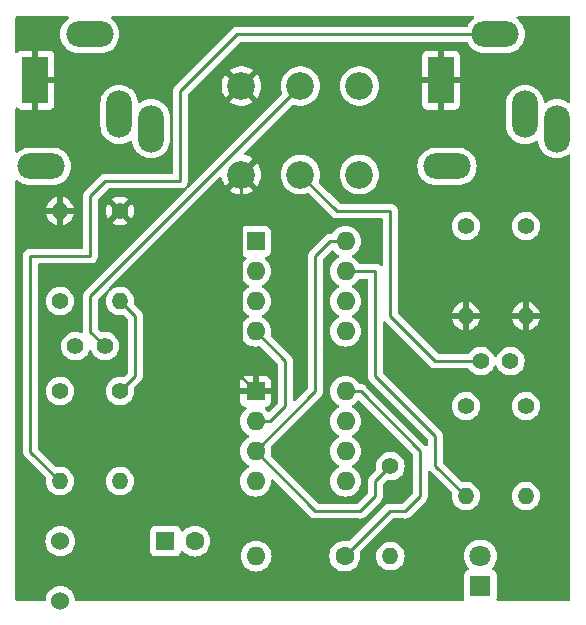
<source format=gbr>
%TF.GenerationSoftware,KiCad,Pcbnew,7.0.8*%
%TF.CreationDate,2023-12-16T16:40:22-03:00*%
%TF.ProjectId,cmoy,636d6f79-2e6b-4696-9361-645f70636258,rev?*%
%TF.SameCoordinates,Original*%
%TF.FileFunction,Copper,L2,Bot*%
%TF.FilePolarity,Positive*%
%FSLAX46Y46*%
G04 Gerber Fmt 4.6, Leading zero omitted, Abs format (unit mm)*
G04 Created by KiCad (PCBNEW 7.0.8) date 2023-12-16 16:40:22*
%MOMM*%
%LPD*%
G01*
G04 APERTURE LIST*
%TA.AperFunction,ComponentPad*%
%ADD10O,1.600000X1.600000*%
%TD*%
%TA.AperFunction,ComponentPad*%
%ADD11R,1.600000X1.600000*%
%TD*%
%TA.AperFunction,ComponentPad*%
%ADD12C,2.340000*%
%TD*%
%TA.AperFunction,ComponentPad*%
%ADD13O,1.400000X1.400000*%
%TD*%
%TA.AperFunction,ComponentPad*%
%ADD14C,1.400000*%
%TD*%
%TA.AperFunction,ComponentPad*%
%ADD15O,2.200000X4.000000*%
%TD*%
%TA.AperFunction,ComponentPad*%
%ADD16O,4.000000X2.200000*%
%TD*%
%TA.AperFunction,ComponentPad*%
%ADD17R,2.200000X4.000000*%
%TD*%
%TA.AperFunction,ComponentPad*%
%ADD18R,1.800000X1.800000*%
%TD*%
%TA.AperFunction,ComponentPad*%
%ADD19C,1.800000*%
%TD*%
%TA.AperFunction,ComponentPad*%
%ADD20C,1.600000*%
%TD*%
%TA.AperFunction,ComponentPad*%
%ADD21C,1.524000*%
%TD*%
%TA.AperFunction,Conductor*%
%ADD22C,0.250000*%
%TD*%
G04 APERTURE END LIST*
D10*
%TO.P,U2,8,V+*%
%TO.N,Net-(BT1-+)*%
X193050000Y-62240000D03*
%TO.P,U2,7*%
%TO.N,Net-(R7-Pad2)*%
X193050000Y-64780000D03*
%TO.P,U2,6,-*%
%TO.N,Net-(U2B--)*%
X193050000Y-67320000D03*
%TO.P,U2,5,+*%
%TO.N,Net-(U2B-+)*%
X193050000Y-69860000D03*
%TO.P,U2,4,V-*%
%TO.N,Net-(BT1--)*%
X185430000Y-69860000D03*
%TO.P,U2,3,+*%
%TO.N,Net-(U2A-+)*%
X185430000Y-67320000D03*
%TO.P,U2,2,-*%
%TO.N,Net-(U2A--)*%
X185430000Y-64780000D03*
D11*
%TO.P,U2,1*%
%TO.N,Net-(R4-Pad1)*%
X185430000Y-62240000D03*
%TD*%
%TO.P,U1,1,OUT*%
%TO.N,GND*%
X185430000Y-74940000D03*
D10*
%TO.P,U1,2,COMMON*%
%TO.N,Net-(BT1--)*%
X185430000Y-77480000D03*
%TO.P,U1,3,IN*%
%TO.N,Net-(BT1-+)*%
X185430000Y-80020000D03*
%TO.P,U1,4,NC*%
%TO.N,unconnected-(U1-NC-Pad4)*%
X185430000Y-82560000D03*
%TO.P,U1,5,NC*%
%TO.N,unconnected-(U1-NC-Pad5)*%
X193050000Y-82560000D03*
%TO.P,U1,6,NC*%
%TO.N,unconnected-(U1-NC-Pad6)*%
X193050000Y-80020000D03*
%TO.P,U1,7,NC*%
%TO.N,unconnected-(U1-NC-Pad7)*%
X193050000Y-77480000D03*
%TO.P,U1,8,NOISE_REDUCTION*%
%TO.N,Net-(U1-NOISE_REDUCTION)*%
X193050000Y-74940000D03*
%TD*%
D12*
%TO.P,RV1,1,1*%
%TO.N,Net-(J1-PadS)*%
X194230000Y-49100000D03*
%TO.P,RV1,2,2*%
%TO.N,Net-(C3-Pad1)*%
X189230000Y-49100000D03*
%TO.P,RV1,3,3*%
%TO.N,GND*%
X184230000Y-49100000D03*
%TO.P,RV1,4,4*%
%TO.N,Net-(J1-PadR)*%
X194230000Y-56600000D03*
%TO.P,RV1,5,5*%
%TO.N,Net-(C4-Pad1)*%
X189230000Y-56600000D03*
%TO.P,RV1,6,6*%
%TO.N,GND*%
X184230000Y-56600000D03*
%TD*%
D13*
%TO.P,R9,2*%
%TO.N,GND*%
X208320000Y-68580000D03*
D14*
%TO.P,R9,1*%
%TO.N,Net-(U2B--)*%
X208320000Y-60960000D03*
%TD*%
%TO.P,R8,1*%
%TO.N,Net-(J2-PadR)*%
X208320000Y-76200000D03*
D13*
%TO.P,R8,2*%
%TO.N,Net-(U2B--)*%
X208320000Y-83820000D03*
%TD*%
D14*
%TO.P,R7,1*%
%TO.N,Net-(J2-PadR)*%
X203240000Y-76200000D03*
D13*
%TO.P,R7,2*%
%TO.N,Net-(R7-Pad2)*%
X203240000Y-83820000D03*
%TD*%
D14*
%TO.P,R6,1*%
%TO.N,GND*%
X173950000Y-59690000D03*
D13*
%TO.P,R6,2*%
%TO.N,Net-(U2A--)*%
X173950000Y-67310000D03*
%TD*%
%TO.P,R5,2*%
%TO.N,Net-(J2-PadS)*%
X173950000Y-82550000D03*
D14*
%TO.P,R5,1*%
%TO.N,Net-(U2A--)*%
X173950000Y-74930000D03*
%TD*%
D13*
%TO.P,R4,2*%
%TO.N,Net-(J2-PadS)*%
X168870000Y-82550000D03*
D14*
%TO.P,R4,1*%
%TO.N,Net-(R4-Pad1)*%
X168870000Y-74930000D03*
%TD*%
%TO.P,R3,1*%
%TO.N,Net-(U2B-+)*%
X203240000Y-60960000D03*
D13*
%TO.P,R3,2*%
%TO.N,GND*%
X203240000Y-68580000D03*
%TD*%
D14*
%TO.P,R2,1*%
%TO.N,Net-(U2A-+)*%
X168870000Y-67310000D03*
D13*
%TO.P,R2,2*%
%TO.N,GND*%
X168870000Y-59690000D03*
%TD*%
%TO.P,R1,2*%
%TO.N,Net-(D1-A)*%
X196850000Y-88900000D03*
D14*
%TO.P,R1,1*%
%TO.N,Net-(BT1-+)*%
X196850000Y-81280000D03*
%TD*%
D15*
%TO.P,J2,R*%
%TO.N,Net-(J2-PadR)*%
X210940000Y-52710000D03*
%TO.P,J2,RN*%
%TO.N,N/C*%
X208240000Y-51510000D03*
D16*
%TO.P,J2,S*%
%TO.N,Net-(J2-PadS)*%
X205740000Y-44710000D03*
D17*
%TO.P,J2,T*%
%TO.N,GND*%
X201140000Y-48610000D03*
D16*
%TO.P,J2,TN*%
%TO.N,N/C*%
X201640000Y-55910000D03*
%TD*%
%TO.P,J1,TN*%
%TO.N,N/C*%
X167292500Y-55910000D03*
D17*
%TO.P,J1,T*%
%TO.N,GND*%
X166792500Y-48610000D03*
D16*
%TO.P,J1,S*%
%TO.N,Net-(J1-PadS)*%
X171392500Y-44710000D03*
D15*
%TO.P,J1,RN*%
%TO.N,N/C*%
X173892500Y-51510000D03*
%TO.P,J1,R*%
%TO.N,Net-(J1-PadR)*%
X176592500Y-52710000D03*
%TD*%
D18*
%TO.P,D1,1,K*%
%TO.N,Net-(BT1--)*%
X204470000Y-91440000D03*
D19*
%TO.P,D1,2,A*%
%TO.N,Net-(D1-A)*%
X204470000Y-88900000D03*
%TD*%
D14*
%TO.P,C4,2*%
%TO.N,Net-(U2B-+)*%
X207010000Y-72390000D03*
%TO.P,C4,1*%
%TO.N,Net-(C4-Pad1)*%
X204510000Y-72390000D03*
%TD*%
%TO.P,C3,2*%
%TO.N,Net-(U2A-+)*%
X170180000Y-71120000D03*
%TO.P,C3,1*%
%TO.N,Net-(C3-Pad1)*%
X172680000Y-71120000D03*
%TD*%
D10*
%TO.P,C2,2*%
%TO.N,Net-(BT1--)*%
X185480000Y-88900000D03*
D20*
%TO.P,C2,1*%
%TO.N,Net-(U1-NOISE_REDUCTION)*%
X192980000Y-88900000D03*
%TD*%
D11*
%TO.P,C1,1*%
%TO.N,Net-(BT1-+)*%
X177800000Y-87630000D03*
D20*
%TO.P,C1,2*%
%TO.N,Net-(BT1--)*%
X180300000Y-87630000D03*
%TD*%
D21*
%TO.P,BAT,2,-*%
%TO.N,Net-(BT1--)*%
X168910000Y-92710000D03*
%TO.P,BAT,1,+*%
%TO.N,Net-(BT1-+)*%
X168910000Y-87630000D03*
%TD*%
D22*
%TO.N,Net-(BT1--)*%
X186680000Y-77480000D02*
X185430000Y-77480000D01*
X187960000Y-72390000D02*
X187960000Y-76200000D01*
X187960000Y-76200000D02*
X186680000Y-77480000D01*
X185430000Y-69860000D02*
X187960000Y-72390000D01*
%TO.N,Net-(C3-Pad1)*%
X171450000Y-66880000D02*
X189230000Y-49100000D01*
X171450000Y-69890000D02*
X171450000Y-66880000D01*
X172680000Y-71120000D02*
X171450000Y-69890000D01*
%TO.N,Net-(BT1-+)*%
X195580000Y-82550000D02*
X196850000Y-81280000D01*
X195580000Y-83820000D02*
X195580000Y-82550000D01*
X194310000Y-85090000D02*
X195580000Y-83820000D01*
%TO.N,Net-(U1-NOISE_REDUCTION)*%
X199390000Y-80010000D02*
X194320000Y-74940000D01*
X194320000Y-74940000D02*
X193050000Y-74940000D01*
X199390000Y-83820000D02*
X199390000Y-80010000D01*
X198120000Y-85090000D02*
X199390000Y-83820000D01*
X196790000Y-85090000D02*
X198120000Y-85090000D01*
X192980000Y-88900000D02*
X196790000Y-85090000D01*
%TO.N,Net-(U2A--)*%
X175260000Y-68580000D02*
X175220000Y-68580000D01*
X175260000Y-73620000D02*
X175260000Y-68580000D01*
X173950000Y-74930000D02*
X175260000Y-73620000D01*
X175220000Y-68580000D02*
X173950000Y-67310000D01*
%TO.N,Net-(J2-PadS)*%
X166370000Y-80050000D02*
X168870000Y-82550000D01*
X166370000Y-63500000D02*
X166370000Y-80050000D01*
X171450000Y-63500000D02*
X166370000Y-63500000D01*
X171450000Y-58420000D02*
X171450000Y-63500000D01*
X172720000Y-57150000D02*
X171450000Y-58420000D01*
X179070000Y-57150000D02*
X172720000Y-57150000D01*
X179070000Y-49530000D02*
X179070000Y-57150000D01*
X183890000Y-44710000D02*
X179070000Y-49530000D01*
X205740000Y-44710000D02*
X183890000Y-44710000D01*
%TO.N,Net-(R7-Pad2)*%
X200660000Y-81240000D02*
X203240000Y-83820000D01*
X200660000Y-78740000D02*
X200660000Y-81240000D01*
X195580000Y-73660000D02*
X200660000Y-78740000D01*
X195580000Y-64770000D02*
X195580000Y-73660000D01*
X195570000Y-64780000D02*
X195580000Y-64770000D01*
X193050000Y-64780000D02*
X195570000Y-64780000D01*
%TO.N,Net-(C4-Pad1)*%
X196850000Y-59690000D02*
X196850000Y-68580000D01*
X196850000Y-68580000D02*
X200660000Y-72390000D01*
X200660000Y-72390000D02*
X204510000Y-72390000D01*
X192320000Y-59690000D02*
X196850000Y-59690000D01*
X189230000Y-56600000D02*
X192320000Y-59690000D01*
%TO.N,GND*%
X184230000Y-73740000D02*
X184230000Y-56600000D01*
X185430000Y-74940000D02*
X184230000Y-73740000D01*
%TO.N,Net-(BT1-+)*%
X191760000Y-62240000D02*
X193050000Y-62240000D01*
X190500000Y-63500000D02*
X191760000Y-62240000D01*
X190500000Y-74950000D02*
X190500000Y-63500000D01*
X185430000Y-80020000D02*
X190500000Y-74950000D01*
X194310000Y-85090000D02*
X190500000Y-85090000D01*
X190500000Y-85090000D02*
X185430000Y-80020000D01*
%TD*%
%TA.AperFunction,Conductor*%
%TO.N,GND*%
G36*
X169553434Y-43199685D02*
G01*
X169599189Y-43252489D01*
X169609133Y-43321647D01*
X169580108Y-43385203D01*
X169551185Y-43409727D01*
X169548846Y-43411160D01*
X169548843Y-43411161D01*
X169357276Y-43574776D01*
X169193661Y-43766343D01*
X169193660Y-43766346D01*
X169062033Y-43981140D01*
X168965626Y-44213889D01*
X168906817Y-44458848D01*
X168887051Y-44710000D01*
X168906817Y-44961151D01*
X168965626Y-45206110D01*
X169062033Y-45438859D01*
X169193660Y-45653653D01*
X169193661Y-45653656D01*
X169193664Y-45653659D01*
X169357276Y-45845224D01*
X169505566Y-45971875D01*
X169548843Y-46008838D01*
X169548846Y-46008839D01*
X169763640Y-46140466D01*
X169894306Y-46194589D01*
X169996389Y-46236873D01*
X170241352Y-46295683D01*
X170397450Y-46307968D01*
X170429616Y-46310500D01*
X170429618Y-46310500D01*
X172355384Y-46310500D01*
X172385018Y-46308167D01*
X172543648Y-46295683D01*
X172788611Y-46236873D01*
X173021359Y-46140466D01*
X173236159Y-46008836D01*
X173427724Y-45845224D01*
X173591336Y-45653659D01*
X173722966Y-45438859D01*
X173819373Y-45206111D01*
X173878183Y-44961148D01*
X173897949Y-44710000D01*
X173878183Y-44458852D01*
X173819373Y-44213889D01*
X173766290Y-44085735D01*
X173722966Y-43981140D01*
X173591339Y-43766346D01*
X173591338Y-43766343D01*
X173554375Y-43723066D01*
X173427724Y-43574776D01*
X173301071Y-43466604D01*
X173236156Y-43411161D01*
X173236153Y-43411160D01*
X173233815Y-43409727D01*
X173233112Y-43408949D01*
X173232212Y-43408296D01*
X173232349Y-43408106D01*
X173186940Y-43357915D01*
X173175517Y-43288986D01*
X173203175Y-43224823D01*
X173261130Y-43185798D01*
X173298605Y-43180000D01*
X203833895Y-43180000D01*
X203900934Y-43199685D01*
X203946689Y-43252489D01*
X203956633Y-43321647D01*
X203927608Y-43385203D01*
X203898685Y-43409727D01*
X203896346Y-43411160D01*
X203896343Y-43411161D01*
X203704776Y-43574776D01*
X203541161Y-43766343D01*
X203541160Y-43766346D01*
X203409533Y-43981141D01*
X203409532Y-43981143D01*
X203398428Y-44007952D01*
X203354588Y-44062356D01*
X203288294Y-44084421D01*
X203283867Y-44084500D01*
X183972737Y-44084500D01*
X183957120Y-44082776D01*
X183957093Y-44083062D01*
X183949331Y-44082327D01*
X183880203Y-44084500D01*
X183850650Y-44084500D01*
X183849929Y-44084590D01*
X183843757Y-44085369D01*
X183837945Y-44085826D01*
X183791372Y-44087290D01*
X183791369Y-44087291D01*
X183772126Y-44092881D01*
X183753083Y-44096825D01*
X183733204Y-44099336D01*
X183733203Y-44099337D01*
X183689878Y-44116490D01*
X183684352Y-44118382D01*
X183639608Y-44131383D01*
X183639604Y-44131385D01*
X183622365Y-44141580D01*
X183604898Y-44150137D01*
X183586269Y-44157512D01*
X183586267Y-44157513D01*
X183548564Y-44184906D01*
X183543682Y-44188112D01*
X183503580Y-44211828D01*
X183489408Y-44226000D01*
X183474623Y-44238628D01*
X183458412Y-44250407D01*
X183428709Y-44286310D01*
X183424777Y-44290631D01*
X178686208Y-49029199D01*
X178673951Y-49039020D01*
X178674134Y-49039241D01*
X178668123Y-49044213D01*
X178620772Y-49094636D01*
X178599889Y-49115519D01*
X178599877Y-49115532D01*
X178595621Y-49121017D01*
X178591837Y-49125447D01*
X178559937Y-49159418D01*
X178559936Y-49159420D01*
X178550284Y-49176976D01*
X178539610Y-49193226D01*
X178527329Y-49209061D01*
X178527324Y-49209068D01*
X178508815Y-49251838D01*
X178506245Y-49257084D01*
X178483803Y-49297906D01*
X178478822Y-49317307D01*
X178472521Y-49335710D01*
X178464562Y-49354102D01*
X178464561Y-49354105D01*
X178457271Y-49400127D01*
X178456087Y-49405846D01*
X178444501Y-49450972D01*
X178444500Y-49450982D01*
X178444500Y-49471016D01*
X178442973Y-49490415D01*
X178439840Y-49510194D01*
X178439840Y-49510195D01*
X178444225Y-49556583D01*
X178444500Y-49562421D01*
X178444500Y-56400500D01*
X178424815Y-56467539D01*
X178372011Y-56513294D01*
X178320500Y-56524500D01*
X172802737Y-56524500D01*
X172787120Y-56522776D01*
X172787093Y-56523062D01*
X172779331Y-56522327D01*
X172710203Y-56524500D01*
X172680650Y-56524500D01*
X172679929Y-56524590D01*
X172673757Y-56525369D01*
X172667945Y-56525826D01*
X172621373Y-56527290D01*
X172621372Y-56527290D01*
X172602129Y-56532881D01*
X172583079Y-56536825D01*
X172563211Y-56539334D01*
X172563209Y-56539335D01*
X172519884Y-56556488D01*
X172514357Y-56558380D01*
X172469610Y-56571381D01*
X172469609Y-56571382D01*
X172452367Y-56581579D01*
X172434899Y-56590137D01*
X172416269Y-56597513D01*
X172416267Y-56597514D01*
X172378576Y-56624898D01*
X172373694Y-56628105D01*
X172333579Y-56651830D01*
X172319408Y-56666000D01*
X172304623Y-56678628D01*
X172288412Y-56690407D01*
X172258709Y-56726310D01*
X172254777Y-56730631D01*
X171066208Y-57919199D01*
X171053951Y-57929020D01*
X171054134Y-57929241D01*
X171048123Y-57934213D01*
X171000772Y-57984636D01*
X170979889Y-58005519D01*
X170979877Y-58005532D01*
X170975621Y-58011017D01*
X170971837Y-58015447D01*
X170939937Y-58049418D01*
X170939936Y-58049420D01*
X170930284Y-58066976D01*
X170919610Y-58083226D01*
X170907329Y-58099061D01*
X170907324Y-58099068D01*
X170888815Y-58141838D01*
X170886245Y-58147084D01*
X170863803Y-58187906D01*
X170858822Y-58207307D01*
X170852521Y-58225710D01*
X170844562Y-58244102D01*
X170844561Y-58244105D01*
X170837271Y-58290127D01*
X170836087Y-58295846D01*
X170824501Y-58340972D01*
X170824500Y-58340982D01*
X170824500Y-58361016D01*
X170822973Y-58380415D01*
X170819840Y-58400194D01*
X170819840Y-58400195D01*
X170824225Y-58446583D01*
X170824500Y-58452421D01*
X170824500Y-62750500D01*
X170804815Y-62817539D01*
X170752011Y-62863294D01*
X170700500Y-62874500D01*
X166440847Y-62874500D01*
X166417615Y-62872304D01*
X166409588Y-62870773D01*
X166409586Y-62870773D01*
X166400633Y-62871336D01*
X166352275Y-62874378D01*
X166348403Y-62874500D01*
X166330643Y-62874500D01*
X166313032Y-62876725D01*
X166309164Y-62877090D01*
X166277375Y-62879090D01*
X166251859Y-62880696D01*
X166244085Y-62883222D01*
X166221320Y-62888310D01*
X166213218Y-62889333D01*
X166213205Y-62889337D01*
X166159810Y-62910477D01*
X166156154Y-62911792D01*
X166101559Y-62929533D01*
X166101556Y-62929534D01*
X166094652Y-62933915D01*
X166073880Y-62944499D01*
X166066273Y-62947511D01*
X166066262Y-62947517D01*
X166019814Y-62981263D01*
X166016595Y-62983451D01*
X165968123Y-63014213D01*
X165968120Y-63014216D01*
X165962529Y-63020170D01*
X165945029Y-63035599D01*
X165938413Y-63040405D01*
X165938412Y-63040406D01*
X165901812Y-63084646D01*
X165899238Y-63087565D01*
X165859937Y-63129417D01*
X165859935Y-63129420D01*
X165855994Y-63136589D01*
X165842889Y-63155873D01*
X165837677Y-63162173D01*
X165837674Y-63162178D01*
X165813231Y-63214121D01*
X165811464Y-63217589D01*
X165783804Y-63267903D01*
X165783803Y-63267908D01*
X165781769Y-63275828D01*
X165773870Y-63297768D01*
X165770386Y-63305172D01*
X165770384Y-63305178D01*
X165759629Y-63361561D01*
X165758779Y-63365361D01*
X165744500Y-63420976D01*
X165744500Y-63429152D01*
X165742305Y-63452379D01*
X165740773Y-63460412D01*
X165744378Y-63517724D01*
X165744500Y-63521595D01*
X165744500Y-79967255D01*
X165742775Y-79982872D01*
X165743061Y-79982899D01*
X165742326Y-79990665D01*
X165744500Y-80059814D01*
X165744500Y-80089343D01*
X165744501Y-80089360D01*
X165745368Y-80096231D01*
X165745826Y-80102050D01*
X165747290Y-80148624D01*
X165747291Y-80148627D01*
X165752880Y-80167867D01*
X165756824Y-80186911D01*
X165759336Y-80206791D01*
X165776490Y-80250119D01*
X165778382Y-80255647D01*
X165789552Y-80294094D01*
X165791382Y-80300390D01*
X165800050Y-80315048D01*
X165801580Y-80317634D01*
X165810136Y-80335100D01*
X165817514Y-80353732D01*
X165831875Y-80373499D01*
X165844898Y-80391423D01*
X165848106Y-80396307D01*
X165871827Y-80436416D01*
X165871833Y-80436424D01*
X165885990Y-80450580D01*
X165898628Y-80465376D01*
X165910405Y-80481586D01*
X165910406Y-80481587D01*
X165946309Y-80511288D01*
X165950620Y-80515210D01*
X166802643Y-81367233D01*
X167651107Y-82215697D01*
X167684592Y-82277020D01*
X167685266Y-82322742D01*
X167685414Y-82322756D01*
X167685287Y-82324125D01*
X167685317Y-82326153D01*
X167684884Y-82328465D01*
X167664357Y-82549999D01*
X167664357Y-82550000D01*
X167684884Y-82771535D01*
X167684885Y-82771537D01*
X167745769Y-82985523D01*
X167745775Y-82985538D01*
X167844938Y-83184683D01*
X167844943Y-83184691D01*
X167979020Y-83362238D01*
X168143437Y-83512123D01*
X168143439Y-83512125D01*
X168332595Y-83629245D01*
X168332596Y-83629245D01*
X168332599Y-83629247D01*
X168540060Y-83709618D01*
X168758757Y-83750500D01*
X168758759Y-83750500D01*
X168981241Y-83750500D01*
X168981243Y-83750500D01*
X169199940Y-83709618D01*
X169407401Y-83629247D01*
X169596562Y-83512124D01*
X169760981Y-83362236D01*
X169895058Y-83184689D01*
X169994229Y-82985528D01*
X170055115Y-82771536D01*
X170075643Y-82550000D01*
X172744357Y-82550000D01*
X172764884Y-82771535D01*
X172764885Y-82771537D01*
X172825769Y-82985523D01*
X172825775Y-82985538D01*
X172924938Y-83184683D01*
X172924943Y-83184691D01*
X173059020Y-83362238D01*
X173223437Y-83512123D01*
X173223439Y-83512125D01*
X173412595Y-83629245D01*
X173412596Y-83629245D01*
X173412599Y-83629247D01*
X173620060Y-83709618D01*
X173838757Y-83750500D01*
X173838759Y-83750500D01*
X174061241Y-83750500D01*
X174061243Y-83750500D01*
X174279940Y-83709618D01*
X174487401Y-83629247D01*
X174676562Y-83512124D01*
X174840981Y-83362236D01*
X174975058Y-83184689D01*
X175074229Y-82985528D01*
X175135115Y-82771536D01*
X175154716Y-82560001D01*
X184124532Y-82560001D01*
X184144364Y-82786686D01*
X184144366Y-82786697D01*
X184203258Y-83006488D01*
X184203261Y-83006497D01*
X184299431Y-83212732D01*
X184299432Y-83212734D01*
X184429954Y-83399141D01*
X184590858Y-83560045D01*
X184590861Y-83560047D01*
X184777266Y-83690568D01*
X184983504Y-83786739D01*
X185203308Y-83845635D01*
X185362723Y-83859582D01*
X185429998Y-83865468D01*
X185430000Y-83865468D01*
X185430002Y-83865468D01*
X185497277Y-83859582D01*
X185656692Y-83845635D01*
X185876496Y-83786739D01*
X186082734Y-83690568D01*
X186269139Y-83560047D01*
X186430047Y-83399139D01*
X186560568Y-83212734D01*
X186656739Y-83006496D01*
X186715635Y-82786692D01*
X186735468Y-82560000D01*
X186731609Y-82515896D01*
X186745375Y-82447398D01*
X186793990Y-82397214D01*
X186862018Y-82381280D01*
X186927862Y-82404655D01*
X186942818Y-82417408D01*
X189999194Y-85473784D01*
X190009019Y-85486048D01*
X190009240Y-85485866D01*
X190014210Y-85491873D01*
X190014213Y-85491876D01*
X190014214Y-85491877D01*
X190064651Y-85539241D01*
X190085530Y-85560120D01*
X190091004Y-85564366D01*
X190095442Y-85568156D01*
X190129418Y-85600062D01*
X190129422Y-85600064D01*
X190146973Y-85609713D01*
X190163231Y-85620392D01*
X190179064Y-85632674D01*
X190201015Y-85642172D01*
X190221837Y-85651183D01*
X190227081Y-85653752D01*
X190267908Y-85676197D01*
X190287312Y-85681179D01*
X190305710Y-85687478D01*
X190324105Y-85695438D01*
X190370129Y-85702726D01*
X190375832Y-85703907D01*
X190420981Y-85715500D01*
X190441016Y-85715500D01*
X190460413Y-85717026D01*
X190480196Y-85720160D01*
X190526584Y-85715775D01*
X190532422Y-85715500D01*
X194227257Y-85715500D01*
X194242877Y-85717224D01*
X194242904Y-85716939D01*
X194250660Y-85717671D01*
X194250667Y-85717673D01*
X194319814Y-85715500D01*
X194349350Y-85715500D01*
X194356228Y-85714630D01*
X194362041Y-85714172D01*
X194408627Y-85712709D01*
X194427869Y-85707117D01*
X194446912Y-85703174D01*
X194466792Y-85700664D01*
X194510122Y-85683507D01*
X194515646Y-85681617D01*
X194519396Y-85680527D01*
X194560390Y-85668618D01*
X194577629Y-85658422D01*
X194595103Y-85649862D01*
X194613727Y-85642488D01*
X194613727Y-85642487D01*
X194613732Y-85642486D01*
X194651449Y-85615082D01*
X194656305Y-85611892D01*
X194696420Y-85588170D01*
X194710589Y-85573999D01*
X194725379Y-85561368D01*
X194741587Y-85549594D01*
X194771299Y-85513676D01*
X194775212Y-85509376D01*
X195963787Y-84320802D01*
X195976042Y-84310986D01*
X195975859Y-84310764D01*
X195981866Y-84305792D01*
X195981877Y-84305786D01*
X196012775Y-84272882D01*
X196029227Y-84255364D01*
X196039671Y-84244918D01*
X196050120Y-84234471D01*
X196054379Y-84228978D01*
X196058152Y-84224561D01*
X196090062Y-84190582D01*
X196099713Y-84173024D01*
X196110396Y-84156761D01*
X196122673Y-84140936D01*
X196141185Y-84098153D01*
X196143738Y-84092941D01*
X196166197Y-84052092D01*
X196171180Y-84032680D01*
X196177481Y-84014280D01*
X196185437Y-83995896D01*
X196192729Y-83949852D01*
X196193906Y-83944171D01*
X196205500Y-83899019D01*
X196205500Y-83878983D01*
X196207027Y-83859582D01*
X196209236Y-83845635D01*
X196210160Y-83839804D01*
X196205775Y-83793415D01*
X196205500Y-83787577D01*
X196205500Y-82860452D01*
X196225185Y-82793413D01*
X196241819Y-82772771D01*
X196374867Y-82639723D01*
X196520107Y-82494482D01*
X196581428Y-82460999D01*
X196630570Y-82460276D01*
X196738757Y-82480500D01*
X196738759Y-82480500D01*
X196961241Y-82480500D01*
X196961243Y-82480500D01*
X197179940Y-82439618D01*
X197387401Y-82359247D01*
X197576562Y-82242124D01*
X197740981Y-82092236D01*
X197875058Y-81914689D01*
X197974229Y-81715528D01*
X198035115Y-81501536D01*
X198055643Y-81280000D01*
X198035115Y-81058464D01*
X197974229Y-80844472D01*
X197974224Y-80844461D01*
X197875061Y-80645316D01*
X197875056Y-80645308D01*
X197740979Y-80467761D01*
X197576562Y-80317876D01*
X197576560Y-80317874D01*
X197387404Y-80200754D01*
X197387398Y-80200752D01*
X197179940Y-80120382D01*
X196961243Y-80079500D01*
X196738757Y-80079500D01*
X196520060Y-80120382D01*
X196397511Y-80167858D01*
X196312601Y-80200752D01*
X196312595Y-80200754D01*
X196123439Y-80317874D01*
X196123437Y-80317876D01*
X195959020Y-80467761D01*
X195824943Y-80645308D01*
X195824938Y-80645316D01*
X195725775Y-80844461D01*
X195725769Y-80844476D01*
X195664885Y-81058462D01*
X195664884Y-81058464D01*
X195653561Y-81180667D01*
X195644357Y-81280000D01*
X195662032Y-81470752D01*
X195664886Y-81501546D01*
X195665317Y-81503854D01*
X195665203Y-81504973D01*
X195665414Y-81507244D01*
X195664969Y-81507285D01*
X195658275Y-81573368D01*
X195631106Y-81614301D01*
X195196208Y-82049199D01*
X195183951Y-82059020D01*
X195184134Y-82059241D01*
X195178123Y-82064213D01*
X195130772Y-82114636D01*
X195109889Y-82135519D01*
X195109877Y-82135532D01*
X195105621Y-82141017D01*
X195101837Y-82145447D01*
X195069937Y-82179418D01*
X195069936Y-82179420D01*
X195060284Y-82196976D01*
X195049610Y-82213226D01*
X195037329Y-82229061D01*
X195037324Y-82229068D01*
X195018815Y-82271838D01*
X195016245Y-82277084D01*
X194993803Y-82317906D01*
X194988822Y-82337307D01*
X194982521Y-82355710D01*
X194974562Y-82374102D01*
X194974561Y-82374105D01*
X194967271Y-82420127D01*
X194966087Y-82425846D01*
X194954501Y-82470972D01*
X194954500Y-82470982D01*
X194954500Y-82491016D01*
X194952973Y-82510415D01*
X194952105Y-82515898D01*
X194949840Y-82530196D01*
X194953831Y-82572415D01*
X194954225Y-82576583D01*
X194954500Y-82582421D01*
X194954500Y-83509547D01*
X194934815Y-83576586D01*
X194918181Y-83597228D01*
X194087228Y-84428181D01*
X194025905Y-84461666D01*
X193999547Y-84464500D01*
X190810452Y-84464500D01*
X190743413Y-84444815D01*
X190722771Y-84428181D01*
X186729413Y-80434822D01*
X186695928Y-80373499D01*
X186697319Y-80315048D01*
X186715635Y-80246692D01*
X186735468Y-80020000D01*
X186715635Y-79793308D01*
X186697318Y-79724947D01*
X186698981Y-79655101D01*
X186729410Y-79605178D01*
X190883786Y-75450802D01*
X190896048Y-75440980D01*
X190895865Y-75440759D01*
X190901867Y-75435792D01*
X190901877Y-75435786D01*
X190949241Y-75385348D01*
X190970120Y-75364470D01*
X190974373Y-75358986D01*
X190978150Y-75354563D01*
X191010062Y-75320582D01*
X191019714Y-75303023D01*
X191030389Y-75286772D01*
X191042674Y-75270936D01*
X191061186Y-75228152D01*
X191063742Y-75222935D01*
X191086197Y-75182092D01*
X191091180Y-75162680D01*
X191097477Y-75144291D01*
X191105438Y-75125895D01*
X191112729Y-75079853D01*
X191113908Y-75074162D01*
X191125500Y-75029019D01*
X191125500Y-75008983D01*
X191127027Y-74989582D01*
X191130160Y-74969804D01*
X191125775Y-74923415D01*
X191125500Y-74917577D01*
X191125500Y-63810452D01*
X191145185Y-63743413D01*
X191161819Y-63722771D01*
X191487046Y-63397544D01*
X191844765Y-63039824D01*
X191906086Y-63006341D01*
X191975777Y-63011325D01*
X192031711Y-63053196D01*
X192034018Y-63056383D01*
X192049952Y-63079139D01*
X192210858Y-63240045D01*
X192210861Y-63240047D01*
X192397266Y-63370568D01*
X192455275Y-63397618D01*
X192507714Y-63443791D01*
X192526866Y-63510984D01*
X192506650Y-63577865D01*
X192455275Y-63622382D01*
X192397267Y-63649431D01*
X192397265Y-63649432D01*
X192210858Y-63779954D01*
X192049954Y-63940858D01*
X191919432Y-64127265D01*
X191919431Y-64127267D01*
X191823261Y-64333502D01*
X191823258Y-64333511D01*
X191764366Y-64553302D01*
X191764364Y-64553313D01*
X191744532Y-64779998D01*
X191744532Y-64780001D01*
X191764364Y-65006686D01*
X191764366Y-65006697D01*
X191823258Y-65226488D01*
X191823261Y-65226497D01*
X191919431Y-65432732D01*
X191919432Y-65432734D01*
X192049954Y-65619141D01*
X192210858Y-65780045D01*
X192210861Y-65780047D01*
X192397266Y-65910568D01*
X192455275Y-65937618D01*
X192507714Y-65983791D01*
X192526866Y-66050984D01*
X192506650Y-66117865D01*
X192455275Y-66162382D01*
X192397267Y-66189431D01*
X192397265Y-66189432D01*
X192210858Y-66319954D01*
X192049954Y-66480858D01*
X191919432Y-66667265D01*
X191919431Y-66667267D01*
X191823261Y-66873502D01*
X191823258Y-66873511D01*
X191764366Y-67093302D01*
X191764364Y-67093313D01*
X191744532Y-67319998D01*
X191744532Y-67320001D01*
X191764364Y-67546686D01*
X191764366Y-67546697D01*
X191823258Y-67766488D01*
X191823261Y-67766497D01*
X191919431Y-67972732D01*
X191919432Y-67972734D01*
X192049954Y-68159141D01*
X192210858Y-68320045D01*
X192210861Y-68320047D01*
X192397266Y-68450568D01*
X192438119Y-68469618D01*
X192455275Y-68477618D01*
X192507714Y-68523791D01*
X192526866Y-68590984D01*
X192506650Y-68657865D01*
X192455275Y-68702382D01*
X192397267Y-68729431D01*
X192397265Y-68729432D01*
X192210858Y-68859954D01*
X192049954Y-69020858D01*
X191919432Y-69207265D01*
X191919431Y-69207267D01*
X191823261Y-69413502D01*
X191823258Y-69413511D01*
X191764366Y-69633302D01*
X191764364Y-69633313D01*
X191744532Y-69859998D01*
X191744532Y-69860001D01*
X191764364Y-70086686D01*
X191764366Y-70086697D01*
X191823258Y-70306488D01*
X191823261Y-70306497D01*
X191919431Y-70512732D01*
X191919432Y-70512734D01*
X192049954Y-70699141D01*
X192210858Y-70860045D01*
X192210861Y-70860047D01*
X192397266Y-70990568D01*
X192603504Y-71086739D01*
X192823308Y-71145635D01*
X192980791Y-71159413D01*
X193049998Y-71165468D01*
X193050000Y-71165468D01*
X193050002Y-71165468D01*
X193106673Y-71160509D01*
X193276692Y-71145635D01*
X193496496Y-71086739D01*
X193702734Y-70990568D01*
X193889139Y-70860047D01*
X194050047Y-70699139D01*
X194180568Y-70512734D01*
X194276739Y-70306496D01*
X194335635Y-70086692D01*
X194355468Y-69860000D01*
X194335635Y-69633308D01*
X194276739Y-69413504D01*
X194180568Y-69207266D01*
X194050047Y-69020861D01*
X194050045Y-69020858D01*
X193889141Y-68859954D01*
X193702734Y-68729432D01*
X193702728Y-68729429D01*
X193644725Y-68702382D01*
X193592285Y-68656210D01*
X193573133Y-68589017D01*
X193593348Y-68522135D01*
X193644725Y-68477618D01*
X193661881Y-68469618D01*
X193702734Y-68450568D01*
X193889139Y-68320047D01*
X194050047Y-68159139D01*
X194180568Y-67972734D01*
X194276739Y-67766496D01*
X194335635Y-67546692D01*
X194355468Y-67320000D01*
X194335635Y-67093308D01*
X194285602Y-66906583D01*
X194276741Y-66873511D01*
X194276738Y-66873502D01*
X194242921Y-66800981D01*
X194180568Y-66667266D01*
X194050047Y-66480861D01*
X194050045Y-66480858D01*
X193889141Y-66319954D01*
X193702734Y-66189432D01*
X193702728Y-66189429D01*
X193644725Y-66162382D01*
X193592285Y-66116210D01*
X193573133Y-66049017D01*
X193593348Y-65982135D01*
X193644725Y-65937618D01*
X193702734Y-65910568D01*
X193889139Y-65780047D01*
X194050047Y-65619139D01*
X194128681Y-65506836D01*
X194162613Y-65458377D01*
X194217189Y-65414752D01*
X194264188Y-65405500D01*
X194830500Y-65405500D01*
X194897539Y-65425185D01*
X194943294Y-65477989D01*
X194954500Y-65529500D01*
X194954500Y-73577255D01*
X194952775Y-73592872D01*
X194953061Y-73592899D01*
X194952326Y-73600665D01*
X194954178Y-73659582D01*
X194954500Y-73669814D01*
X194954500Y-73699350D01*
X194954500Y-73699356D01*
X194954501Y-73699360D01*
X194955368Y-73706231D01*
X194955826Y-73712050D01*
X194957290Y-73758624D01*
X194957291Y-73758627D01*
X194962880Y-73777867D01*
X194966824Y-73796911D01*
X194969336Y-73816792D01*
X194982782Y-73850753D01*
X194986490Y-73860119D01*
X194988382Y-73865647D01*
X195001381Y-73910388D01*
X195011580Y-73927634D01*
X195020138Y-73945103D01*
X195027514Y-73963732D01*
X195054898Y-74001423D01*
X195058106Y-74006307D01*
X195081827Y-74046416D01*
X195081833Y-74046424D01*
X195095990Y-74060580D01*
X195108627Y-74075375D01*
X195120406Y-74091587D01*
X195155727Y-74120807D01*
X195156309Y-74121288D01*
X195160620Y-74125210D01*
X197670933Y-76635523D01*
X199998181Y-78962771D01*
X200031666Y-79024094D01*
X200034500Y-79050452D01*
X200034500Y-79467867D01*
X200014815Y-79534906D01*
X199962011Y-79580661D01*
X199892853Y-79590605D01*
X199831460Y-79563411D01*
X199813689Y-79548710D01*
X199809376Y-79544786D01*
X194820803Y-74556212D01*
X194810980Y-74543950D01*
X194810759Y-74544134D01*
X194805786Y-74538123D01*
X194755364Y-74490773D01*
X194744919Y-74480328D01*
X194734475Y-74469883D01*
X194728986Y-74465625D01*
X194724561Y-74461847D01*
X194690582Y-74429938D01*
X194690580Y-74429936D01*
X194690577Y-74429935D01*
X194673029Y-74420288D01*
X194656763Y-74409604D01*
X194640933Y-74397325D01*
X194598168Y-74378818D01*
X194592922Y-74376248D01*
X194552093Y-74353803D01*
X194552092Y-74353802D01*
X194532693Y-74348822D01*
X194514281Y-74342518D01*
X194495898Y-74334562D01*
X194495892Y-74334560D01*
X194449874Y-74327272D01*
X194444152Y-74326087D01*
X194399021Y-74314500D01*
X194399019Y-74314500D01*
X194378984Y-74314500D01*
X194359586Y-74312973D01*
X194352162Y-74311797D01*
X194339805Y-74309840D01*
X194339804Y-74309840D01*
X194293416Y-74314225D01*
X194287578Y-74314500D01*
X194264188Y-74314500D01*
X194197149Y-74294815D01*
X194162613Y-74261623D01*
X194050045Y-74100858D01*
X193889141Y-73939954D01*
X193702734Y-73809432D01*
X193702732Y-73809431D01*
X193496497Y-73713261D01*
X193496488Y-73713258D01*
X193276697Y-73654366D01*
X193276693Y-73654365D01*
X193276692Y-73654365D01*
X193276691Y-73654364D01*
X193276686Y-73654364D01*
X193050002Y-73634532D01*
X193049998Y-73634532D01*
X192823313Y-73654364D01*
X192823302Y-73654366D01*
X192603511Y-73713258D01*
X192603502Y-73713261D01*
X192397267Y-73809431D01*
X192397265Y-73809432D01*
X192210858Y-73939954D01*
X192049954Y-74100858D01*
X191919432Y-74287265D01*
X191919431Y-74287267D01*
X191823261Y-74493502D01*
X191823258Y-74493511D01*
X191764366Y-74713302D01*
X191764364Y-74713313D01*
X191744532Y-74939998D01*
X191744532Y-74940001D01*
X191764364Y-75166686D01*
X191764366Y-75166697D01*
X191823258Y-75386488D01*
X191823261Y-75386497D01*
X191919431Y-75592732D01*
X191919432Y-75592734D01*
X192049954Y-75779141D01*
X192210858Y-75940045D01*
X192210861Y-75940047D01*
X192397266Y-76070568D01*
X192454357Y-76097190D01*
X192455275Y-76097618D01*
X192507714Y-76143791D01*
X192526866Y-76210984D01*
X192506650Y-76277865D01*
X192455275Y-76322382D01*
X192397267Y-76349431D01*
X192397265Y-76349432D01*
X192210858Y-76479954D01*
X192049954Y-76640858D01*
X191919432Y-76827265D01*
X191919431Y-76827267D01*
X191823261Y-77033502D01*
X191823258Y-77033511D01*
X191764366Y-77253302D01*
X191764364Y-77253313D01*
X191744532Y-77479998D01*
X191744532Y-77480001D01*
X191764364Y-77706686D01*
X191764366Y-77706697D01*
X191823258Y-77926488D01*
X191823261Y-77926497D01*
X191919431Y-78132732D01*
X191919432Y-78132734D01*
X192049954Y-78319141D01*
X192210858Y-78480045D01*
X192257693Y-78512839D01*
X192397266Y-78610568D01*
X192422091Y-78622144D01*
X192455275Y-78637618D01*
X192507714Y-78683791D01*
X192526866Y-78750984D01*
X192506650Y-78817865D01*
X192455275Y-78862382D01*
X192397267Y-78889431D01*
X192397265Y-78889432D01*
X192210858Y-79019954D01*
X192049954Y-79180858D01*
X191919432Y-79367265D01*
X191919431Y-79367267D01*
X191823261Y-79573502D01*
X191823258Y-79573511D01*
X191764366Y-79793302D01*
X191764364Y-79793313D01*
X191744532Y-80019998D01*
X191744532Y-80020001D01*
X191764364Y-80246686D01*
X191764366Y-80246697D01*
X191823258Y-80466488D01*
X191823261Y-80466497D01*
X191919431Y-80672732D01*
X191919432Y-80672734D01*
X192049954Y-80859141D01*
X192210858Y-81020045D01*
X192210861Y-81020047D01*
X192397266Y-81150568D01*
X192455275Y-81177618D01*
X192507714Y-81223791D01*
X192526866Y-81290984D01*
X192506650Y-81357865D01*
X192455275Y-81402382D01*
X192397267Y-81429431D01*
X192397265Y-81429432D01*
X192210858Y-81559954D01*
X192049954Y-81720858D01*
X191919432Y-81907265D01*
X191919431Y-81907267D01*
X191823261Y-82113502D01*
X191823258Y-82113511D01*
X191764366Y-82333302D01*
X191764364Y-82333313D01*
X191744532Y-82559998D01*
X191744532Y-82560001D01*
X191764364Y-82786686D01*
X191764366Y-82786697D01*
X191823258Y-83006488D01*
X191823261Y-83006497D01*
X191919431Y-83212732D01*
X191919432Y-83212734D01*
X192049954Y-83399141D01*
X192210858Y-83560045D01*
X192210861Y-83560047D01*
X192397266Y-83690568D01*
X192603504Y-83786739D01*
X192823308Y-83845635D01*
X192982723Y-83859582D01*
X193049998Y-83865468D01*
X193050000Y-83865468D01*
X193050002Y-83865468D01*
X193117277Y-83859582D01*
X193276692Y-83845635D01*
X193496496Y-83786739D01*
X193702734Y-83690568D01*
X193889139Y-83560047D01*
X194050047Y-83399139D01*
X194180568Y-83212734D01*
X194276739Y-83006496D01*
X194335635Y-82786692D01*
X194355468Y-82560000D01*
X194352860Y-82530196D01*
X194347679Y-82470972D01*
X194335635Y-82333308D01*
X194277042Y-82114635D01*
X194276741Y-82113511D01*
X194276738Y-82113502D01*
X194266822Y-82092238D01*
X194180568Y-81907266D01*
X194050047Y-81720861D01*
X194050045Y-81720858D01*
X193889141Y-81559954D01*
X193702734Y-81429432D01*
X193702728Y-81429429D01*
X193644725Y-81402382D01*
X193592285Y-81356210D01*
X193573133Y-81289017D01*
X193593348Y-81222135D01*
X193644725Y-81177618D01*
X193702734Y-81150568D01*
X193889139Y-81020047D01*
X194050047Y-80859139D01*
X194180568Y-80672734D01*
X194276739Y-80466496D01*
X194335635Y-80246692D01*
X194355468Y-80020000D01*
X194335635Y-79793308D01*
X194276739Y-79573504D01*
X194180568Y-79367266D01*
X194050047Y-79180861D01*
X194050045Y-79180858D01*
X193889141Y-79019954D01*
X193702734Y-78889432D01*
X193702728Y-78889429D01*
X193644725Y-78862382D01*
X193592285Y-78816210D01*
X193573133Y-78749017D01*
X193593348Y-78682135D01*
X193644725Y-78637618D01*
X193702734Y-78610568D01*
X193889139Y-78480047D01*
X194050047Y-78319139D01*
X194180568Y-78132734D01*
X194276739Y-77926496D01*
X194335635Y-77706692D01*
X194355468Y-77480000D01*
X194335635Y-77253308D01*
X194276739Y-77033504D01*
X194180568Y-76827266D01*
X194050047Y-76640861D01*
X194050045Y-76640858D01*
X193889141Y-76479954D01*
X193702734Y-76349432D01*
X193702728Y-76349429D01*
X193644725Y-76322382D01*
X193592285Y-76276210D01*
X193573133Y-76209017D01*
X193593348Y-76142135D01*
X193644725Y-76097618D01*
X193645643Y-76097190D01*
X193702734Y-76070568D01*
X193889139Y-75940047D01*
X194050047Y-75779139D01*
X194057741Y-75768149D01*
X194112315Y-75724524D01*
X194181813Y-75717327D01*
X194244169Y-75748847D01*
X194246999Y-75751589D01*
X198728181Y-80232771D01*
X198761666Y-80294094D01*
X198764500Y-80320452D01*
X198764500Y-83509547D01*
X198744815Y-83576586D01*
X198728181Y-83597228D01*
X197897228Y-84428181D01*
X197835905Y-84461666D01*
X197809547Y-84464500D01*
X196872743Y-84464500D01*
X196857122Y-84462775D01*
X196857095Y-84463061D01*
X196849333Y-84462326D01*
X196780172Y-84464500D01*
X196750649Y-84464500D01*
X196743778Y-84465367D01*
X196737959Y-84465825D01*
X196691374Y-84467289D01*
X196691368Y-84467290D01*
X196672126Y-84472880D01*
X196653087Y-84476823D01*
X196633217Y-84479334D01*
X196633203Y-84479337D01*
X196589883Y-84496488D01*
X196584358Y-84498380D01*
X196539613Y-84511380D01*
X196539610Y-84511381D01*
X196522366Y-84521579D01*
X196504905Y-84530133D01*
X196486274Y-84537510D01*
X196486262Y-84537517D01*
X196448570Y-84564902D01*
X196443687Y-84568109D01*
X196403580Y-84591829D01*
X196389414Y-84605995D01*
X196374624Y-84618627D01*
X196358414Y-84630404D01*
X196358411Y-84630407D01*
X196328710Y-84666309D01*
X196324777Y-84670631D01*
X193394821Y-87600586D01*
X193333498Y-87634071D01*
X193275048Y-87632680D01*
X193206697Y-87614366D01*
X193206693Y-87614365D01*
X193206692Y-87614365D01*
X193093346Y-87604448D01*
X192980001Y-87594532D01*
X192979998Y-87594532D01*
X192753313Y-87614364D01*
X192753302Y-87614366D01*
X192533511Y-87673258D01*
X192533502Y-87673261D01*
X192327267Y-87769431D01*
X192327265Y-87769432D01*
X192140858Y-87899954D01*
X191979954Y-88060858D01*
X191849432Y-88247265D01*
X191849431Y-88247267D01*
X191753261Y-88453502D01*
X191753258Y-88453511D01*
X191694366Y-88673302D01*
X191694364Y-88673313D01*
X191674532Y-88899998D01*
X191674532Y-88900001D01*
X191694364Y-89126686D01*
X191694366Y-89126697D01*
X191753258Y-89346488D01*
X191753261Y-89346497D01*
X191849431Y-89552732D01*
X191849432Y-89552734D01*
X191979954Y-89739141D01*
X192140858Y-89900045D01*
X192140861Y-89900047D01*
X192327266Y-90030568D01*
X192533504Y-90126739D01*
X192753308Y-90185635D01*
X192915230Y-90199801D01*
X192979998Y-90205468D01*
X192980000Y-90205468D01*
X192980002Y-90205468D01*
X193036673Y-90200509D01*
X193206692Y-90185635D01*
X193426496Y-90126739D01*
X193632734Y-90030568D01*
X193819139Y-89900047D01*
X193980047Y-89739139D01*
X194110568Y-89552734D01*
X194206739Y-89346496D01*
X194265635Y-89126692D01*
X194284100Y-88915633D01*
X194285468Y-88900001D01*
X194285468Y-88900000D01*
X195644357Y-88900000D01*
X195664884Y-89121535D01*
X195664885Y-89121537D01*
X195725769Y-89335523D01*
X195725775Y-89335538D01*
X195824938Y-89534683D01*
X195824943Y-89534691D01*
X195959020Y-89712238D01*
X196123437Y-89862123D01*
X196123439Y-89862125D01*
X196312595Y-89979245D01*
X196312596Y-89979245D01*
X196312599Y-89979247D01*
X196520060Y-90059618D01*
X196738757Y-90100500D01*
X196738759Y-90100500D01*
X196961241Y-90100500D01*
X196961243Y-90100500D01*
X197179940Y-90059618D01*
X197387401Y-89979247D01*
X197576562Y-89862124D01*
X197740981Y-89712236D01*
X197875058Y-89534689D01*
X197974229Y-89335528D01*
X198035115Y-89121536D01*
X198055643Y-88900000D01*
X198035115Y-88678464D01*
X197974229Y-88464472D01*
X197974224Y-88464461D01*
X197875061Y-88265316D01*
X197875056Y-88265308D01*
X197740979Y-88087761D01*
X197576562Y-87937876D01*
X197576560Y-87937874D01*
X197387404Y-87820754D01*
X197387398Y-87820752D01*
X197179940Y-87740382D01*
X196961243Y-87699500D01*
X196738757Y-87699500D01*
X196520060Y-87740382D01*
X196388864Y-87791207D01*
X196312601Y-87820752D01*
X196312595Y-87820754D01*
X196123439Y-87937874D01*
X196123437Y-87937876D01*
X195959020Y-88087761D01*
X195824943Y-88265308D01*
X195824938Y-88265316D01*
X195725775Y-88464461D01*
X195725769Y-88464476D01*
X195664885Y-88678462D01*
X195664884Y-88678464D01*
X195644357Y-88899999D01*
X195644357Y-88900000D01*
X194285468Y-88900000D01*
X194285468Y-88899998D01*
X194278547Y-88820892D01*
X194265635Y-88673308D01*
X194247318Y-88604947D01*
X194248981Y-88535101D01*
X194279410Y-88485178D01*
X197012771Y-85751819D01*
X197074094Y-85718334D01*
X197100452Y-85715500D01*
X198037257Y-85715500D01*
X198052877Y-85717224D01*
X198052904Y-85716939D01*
X198060660Y-85717671D01*
X198060667Y-85717673D01*
X198129814Y-85715500D01*
X198159350Y-85715500D01*
X198166228Y-85714630D01*
X198172041Y-85714172D01*
X198218627Y-85712709D01*
X198237869Y-85707117D01*
X198256912Y-85703174D01*
X198276792Y-85700664D01*
X198320122Y-85683507D01*
X198325646Y-85681617D01*
X198329396Y-85680527D01*
X198370390Y-85668618D01*
X198387629Y-85658422D01*
X198405103Y-85649862D01*
X198423727Y-85642488D01*
X198423727Y-85642487D01*
X198423732Y-85642486D01*
X198461449Y-85615082D01*
X198466305Y-85611892D01*
X198506420Y-85588170D01*
X198520589Y-85573999D01*
X198535379Y-85561368D01*
X198551587Y-85549594D01*
X198581299Y-85513676D01*
X198585212Y-85509376D01*
X199773787Y-84320802D01*
X199786042Y-84310986D01*
X199785859Y-84310764D01*
X199791866Y-84305792D01*
X199791877Y-84305786D01*
X199822775Y-84272882D01*
X199839227Y-84255364D01*
X199849671Y-84244918D01*
X199860120Y-84234471D01*
X199864379Y-84228978D01*
X199868152Y-84224561D01*
X199900062Y-84190582D01*
X199909713Y-84173024D01*
X199920396Y-84156761D01*
X199932673Y-84140936D01*
X199951185Y-84098153D01*
X199953738Y-84092941D01*
X199976197Y-84052092D01*
X199981180Y-84032680D01*
X199987481Y-84014280D01*
X199995437Y-83995896D01*
X200002729Y-83949852D01*
X200003906Y-83944171D01*
X200015500Y-83899019D01*
X200015500Y-83878983D01*
X200017027Y-83859582D01*
X200019236Y-83845635D01*
X200020160Y-83839804D01*
X200015775Y-83793415D01*
X200015500Y-83787577D01*
X200015500Y-81782132D01*
X200035185Y-81715093D01*
X200087989Y-81669338D01*
X200157147Y-81659394D01*
X200218541Y-81686589D01*
X200236310Y-81701289D01*
X200240632Y-81705222D01*
X202021107Y-83485697D01*
X202054592Y-83547020D01*
X202055266Y-83592742D01*
X202055414Y-83592756D01*
X202055287Y-83594125D01*
X202055317Y-83596153D01*
X202054884Y-83598465D01*
X202034357Y-83819999D01*
X202034357Y-83820000D01*
X202054884Y-84041535D01*
X202054885Y-84041537D01*
X202115769Y-84255523D01*
X202115775Y-84255538D01*
X202214938Y-84454683D01*
X202214943Y-84454691D01*
X202349020Y-84632238D01*
X202513437Y-84782123D01*
X202513439Y-84782125D01*
X202702595Y-84899245D01*
X202702596Y-84899245D01*
X202702599Y-84899247D01*
X202910060Y-84979618D01*
X203128757Y-85020500D01*
X203128759Y-85020500D01*
X203351241Y-85020500D01*
X203351243Y-85020500D01*
X203569940Y-84979618D01*
X203777401Y-84899247D01*
X203966562Y-84782124D01*
X204130981Y-84632236D01*
X204265058Y-84454689D01*
X204278258Y-84428181D01*
X204364224Y-84255538D01*
X204364223Y-84255538D01*
X204364229Y-84255528D01*
X204425115Y-84041536D01*
X204445643Y-83820000D01*
X207114357Y-83820000D01*
X207134884Y-84041535D01*
X207134885Y-84041537D01*
X207195769Y-84255523D01*
X207195775Y-84255538D01*
X207294938Y-84454683D01*
X207294943Y-84454691D01*
X207429020Y-84632238D01*
X207593437Y-84782123D01*
X207593439Y-84782125D01*
X207782595Y-84899245D01*
X207782596Y-84899245D01*
X207782599Y-84899247D01*
X207990060Y-84979618D01*
X208208757Y-85020500D01*
X208208759Y-85020500D01*
X208431241Y-85020500D01*
X208431243Y-85020500D01*
X208649940Y-84979618D01*
X208857401Y-84899247D01*
X209046562Y-84782124D01*
X209210981Y-84632236D01*
X209345058Y-84454689D01*
X209358258Y-84428181D01*
X209444224Y-84255538D01*
X209444223Y-84255538D01*
X209444229Y-84255528D01*
X209505115Y-84041536D01*
X209525643Y-83820000D01*
X209505115Y-83598464D01*
X209444229Y-83384472D01*
X209433157Y-83362236D01*
X209345061Y-83185316D01*
X209345056Y-83185308D01*
X209210979Y-83007761D01*
X209046562Y-82857876D01*
X209046560Y-82857874D01*
X208857404Y-82740754D01*
X208857398Y-82740752D01*
X208649940Y-82660382D01*
X208431243Y-82619500D01*
X208208757Y-82619500D01*
X207990060Y-82660382D01*
X207858864Y-82711207D01*
X207782601Y-82740752D01*
X207782595Y-82740754D01*
X207593439Y-82857874D01*
X207593437Y-82857876D01*
X207429020Y-83007761D01*
X207294943Y-83185308D01*
X207294938Y-83185316D01*
X207195775Y-83384461D01*
X207195769Y-83384476D01*
X207134885Y-83598462D01*
X207134884Y-83598464D01*
X207114357Y-83819999D01*
X207114357Y-83820000D01*
X204445643Y-83820000D01*
X204425115Y-83598464D01*
X204364229Y-83384472D01*
X204353157Y-83362236D01*
X204265061Y-83185316D01*
X204265056Y-83185308D01*
X204130979Y-83007761D01*
X203966562Y-82857876D01*
X203966560Y-82857874D01*
X203777404Y-82740754D01*
X203777398Y-82740752D01*
X203569940Y-82660382D01*
X203351243Y-82619500D01*
X203128757Y-82619500D01*
X203072172Y-82630077D01*
X203020570Y-82639723D01*
X202951055Y-82632691D01*
X202910105Y-82605515D01*
X201321819Y-81017228D01*
X201288334Y-80955905D01*
X201285500Y-80929547D01*
X201285500Y-78822742D01*
X201287224Y-78807122D01*
X201286939Y-78807096D01*
X201287671Y-78799340D01*
X201287673Y-78799333D01*
X201285500Y-78730185D01*
X201285500Y-78700650D01*
X201284631Y-78693772D01*
X201284172Y-78687943D01*
X201282709Y-78641372D01*
X201277122Y-78622144D01*
X201273174Y-78603084D01*
X201270663Y-78583204D01*
X201253512Y-78539887D01*
X201251619Y-78534358D01*
X201238618Y-78489609D01*
X201238616Y-78489606D01*
X201228423Y-78472371D01*
X201219861Y-78454894D01*
X201212487Y-78436270D01*
X201212486Y-78436268D01*
X201185079Y-78398545D01*
X201181888Y-78393686D01*
X201158172Y-78353583D01*
X201158165Y-78353574D01*
X201144006Y-78339415D01*
X201131368Y-78324619D01*
X201127388Y-78319141D01*
X201119594Y-78308413D01*
X201083688Y-78278709D01*
X201079376Y-78274786D01*
X199004590Y-76200000D01*
X202034357Y-76200000D01*
X202054884Y-76421535D01*
X202054885Y-76421537D01*
X202115769Y-76635523D01*
X202115775Y-76635538D01*
X202214938Y-76834683D01*
X202214943Y-76834691D01*
X202349020Y-77012238D01*
X202513437Y-77162123D01*
X202513439Y-77162125D01*
X202702595Y-77279245D01*
X202702596Y-77279245D01*
X202702599Y-77279247D01*
X202910060Y-77359618D01*
X203128757Y-77400500D01*
X203128759Y-77400500D01*
X203351241Y-77400500D01*
X203351243Y-77400500D01*
X203569940Y-77359618D01*
X203777401Y-77279247D01*
X203966562Y-77162124D01*
X204130981Y-77012236D01*
X204265058Y-76834689D01*
X204364229Y-76635528D01*
X204425115Y-76421536D01*
X204445643Y-76200000D01*
X207114357Y-76200000D01*
X207134884Y-76421535D01*
X207134885Y-76421537D01*
X207195769Y-76635523D01*
X207195775Y-76635538D01*
X207294938Y-76834683D01*
X207294943Y-76834691D01*
X207429020Y-77012238D01*
X207593437Y-77162123D01*
X207593439Y-77162125D01*
X207782595Y-77279245D01*
X207782596Y-77279245D01*
X207782599Y-77279247D01*
X207990060Y-77359618D01*
X208208757Y-77400500D01*
X208208759Y-77400500D01*
X208431241Y-77400500D01*
X208431243Y-77400500D01*
X208649940Y-77359618D01*
X208857401Y-77279247D01*
X209046562Y-77162124D01*
X209210981Y-77012236D01*
X209345058Y-76834689D01*
X209444229Y-76635528D01*
X209505115Y-76421536D01*
X209525643Y-76200000D01*
X209505115Y-75978464D01*
X209444229Y-75764472D01*
X209444224Y-75764461D01*
X209345061Y-75565316D01*
X209345056Y-75565308D01*
X209210979Y-75387761D01*
X209046562Y-75237876D01*
X209046560Y-75237874D01*
X208857404Y-75120754D01*
X208857398Y-75120752D01*
X208649940Y-75040382D01*
X208431243Y-74999500D01*
X208208757Y-74999500D01*
X207990060Y-75040382D01*
X207926132Y-75065148D01*
X207782601Y-75120752D01*
X207782595Y-75120754D01*
X207593439Y-75237874D01*
X207593437Y-75237876D01*
X207429020Y-75387761D01*
X207294943Y-75565308D01*
X207294938Y-75565316D01*
X207195775Y-75764461D01*
X207195769Y-75764476D01*
X207134885Y-75978462D01*
X207134884Y-75978464D01*
X207114357Y-76199999D01*
X207114357Y-76200000D01*
X204445643Y-76200000D01*
X204425115Y-75978464D01*
X204364229Y-75764472D01*
X204364224Y-75764461D01*
X204265061Y-75565316D01*
X204265056Y-75565308D01*
X204130979Y-75387761D01*
X203966562Y-75237876D01*
X203966560Y-75237874D01*
X203777404Y-75120754D01*
X203777398Y-75120752D01*
X203569940Y-75040382D01*
X203351243Y-74999500D01*
X203128757Y-74999500D01*
X202910060Y-75040382D01*
X202846132Y-75065148D01*
X202702601Y-75120752D01*
X202702595Y-75120754D01*
X202513439Y-75237874D01*
X202513437Y-75237876D01*
X202349020Y-75387761D01*
X202214943Y-75565308D01*
X202214938Y-75565316D01*
X202115775Y-75764461D01*
X202115769Y-75764476D01*
X202054885Y-75978462D01*
X202054884Y-75978464D01*
X202034357Y-76199999D01*
X202034357Y-76200000D01*
X199004590Y-76200000D01*
X196241819Y-73437228D01*
X196208334Y-73375905D01*
X196205500Y-73349547D01*
X196205500Y-69122132D01*
X196225185Y-69055093D01*
X196277989Y-69009338D01*
X196347147Y-68999394D01*
X196408541Y-69026589D01*
X196426310Y-69041289D01*
X196430632Y-69045222D01*
X200159194Y-72773784D01*
X200169019Y-72786048D01*
X200169240Y-72785866D01*
X200174210Y-72791873D01*
X200174213Y-72791876D01*
X200174214Y-72791877D01*
X200224651Y-72839241D01*
X200245530Y-72860120D01*
X200251004Y-72864366D01*
X200255442Y-72868156D01*
X200289418Y-72900062D01*
X200289422Y-72900064D01*
X200306973Y-72909713D01*
X200323231Y-72920392D01*
X200339064Y-72932674D01*
X200361015Y-72942172D01*
X200381837Y-72951183D01*
X200387081Y-72953752D01*
X200427908Y-72976197D01*
X200447312Y-72981179D01*
X200465710Y-72987478D01*
X200484105Y-72995438D01*
X200530129Y-73002726D01*
X200535832Y-73003907D01*
X200580981Y-73015500D01*
X200601016Y-73015500D01*
X200620413Y-73017026D01*
X200640196Y-73020160D01*
X200686584Y-73015775D01*
X200692422Y-73015500D01*
X203416258Y-73015500D01*
X203483297Y-73035185D01*
X203515212Y-73064773D01*
X203619020Y-73202238D01*
X203783437Y-73352123D01*
X203783439Y-73352125D01*
X203972595Y-73469245D01*
X203972596Y-73469245D01*
X203972599Y-73469247D01*
X204180060Y-73549618D01*
X204398757Y-73590500D01*
X204398759Y-73590500D01*
X204621241Y-73590500D01*
X204621243Y-73590500D01*
X204839940Y-73549618D01*
X205047401Y-73469247D01*
X205236562Y-73352124D01*
X205400981Y-73202236D01*
X205535058Y-73024689D01*
X205634229Y-72825528D01*
X205640734Y-72802661D01*
X205678012Y-72743571D01*
X205741322Y-72714013D01*
X205810561Y-72723375D01*
X205863748Y-72768684D01*
X205879264Y-72802658D01*
X205885770Y-72825523D01*
X205885772Y-72825530D01*
X205885775Y-72825538D01*
X205984938Y-73024683D01*
X205984943Y-73024691D01*
X206119020Y-73202238D01*
X206283437Y-73352123D01*
X206283439Y-73352125D01*
X206472595Y-73469245D01*
X206472596Y-73469245D01*
X206472599Y-73469247D01*
X206680060Y-73549618D01*
X206898757Y-73590500D01*
X206898759Y-73590500D01*
X207121241Y-73590500D01*
X207121243Y-73590500D01*
X207339940Y-73549618D01*
X207547401Y-73469247D01*
X207736562Y-73352124D01*
X207900981Y-73202236D01*
X208035058Y-73024689D01*
X208134229Y-72825528D01*
X208195115Y-72611536D01*
X208215643Y-72390000D01*
X208210819Y-72337945D01*
X208195115Y-72168464D01*
X208195114Y-72168462D01*
X208171727Y-72086266D01*
X208134229Y-71954472D01*
X208123157Y-71932236D01*
X208035061Y-71755316D01*
X208035056Y-71755308D01*
X207900979Y-71577761D01*
X207736562Y-71427876D01*
X207736560Y-71427874D01*
X207547404Y-71310754D01*
X207547398Y-71310752D01*
X207339940Y-71230382D01*
X207121243Y-71189500D01*
X206898757Y-71189500D01*
X206680060Y-71230382D01*
X206548864Y-71281207D01*
X206472601Y-71310752D01*
X206472595Y-71310754D01*
X206283439Y-71427874D01*
X206283437Y-71427876D01*
X206119020Y-71577761D01*
X205984943Y-71755308D01*
X205984938Y-71755316D01*
X205885775Y-71954461D01*
X205885769Y-71954476D01*
X205879266Y-71977335D01*
X205841987Y-72036429D01*
X205778677Y-72065986D01*
X205709438Y-72056624D01*
X205656251Y-72011314D01*
X205640734Y-71977335D01*
X205634230Y-71954476D01*
X205634229Y-71954472D01*
X205623157Y-71932236D01*
X205535061Y-71755316D01*
X205535056Y-71755308D01*
X205400979Y-71577761D01*
X205236562Y-71427876D01*
X205236560Y-71427874D01*
X205047404Y-71310754D01*
X205047398Y-71310752D01*
X204839940Y-71230382D01*
X204621243Y-71189500D01*
X204398757Y-71189500D01*
X204180060Y-71230382D01*
X204048864Y-71281207D01*
X203972601Y-71310752D01*
X203972595Y-71310754D01*
X203783439Y-71427874D01*
X203783437Y-71427876D01*
X203619020Y-71577761D01*
X203515212Y-71715227D01*
X203459103Y-71756863D01*
X203416258Y-71764500D01*
X200970452Y-71764500D01*
X200903413Y-71744815D01*
X200882771Y-71728181D01*
X197984591Y-68830000D01*
X202063505Y-68830000D01*
X202116239Y-69015349D01*
X202215368Y-69214425D01*
X202349391Y-69391900D01*
X202513738Y-69541721D01*
X202702820Y-69658797D01*
X202702822Y-69658798D01*
X202910195Y-69739135D01*
X202990000Y-69754052D01*
X202990000Y-68830000D01*
X202063505Y-68830000D01*
X197984591Y-68830000D01*
X197763893Y-68609302D01*
X202886372Y-68609302D01*
X202915047Y-68722538D01*
X202978936Y-68820327D01*
X203071115Y-68892072D01*
X203181595Y-68930000D01*
X203269005Y-68930000D01*
X203355216Y-68915614D01*
X203457947Y-68860019D01*
X203485581Y-68830000D01*
X203490000Y-68830000D01*
X203490000Y-69754052D01*
X203569804Y-69739135D01*
X203777177Y-69658798D01*
X203777179Y-69658797D01*
X203966261Y-69541721D01*
X204130608Y-69391900D01*
X204264631Y-69214425D01*
X204363760Y-69015349D01*
X204416495Y-68830000D01*
X207143505Y-68830000D01*
X207196239Y-69015349D01*
X207295368Y-69214425D01*
X207429391Y-69391900D01*
X207593738Y-69541721D01*
X207782820Y-69658797D01*
X207782822Y-69658798D01*
X207990195Y-69739135D01*
X208070000Y-69754052D01*
X208070000Y-68830000D01*
X207143505Y-68830000D01*
X204416495Y-68830000D01*
X203490000Y-68830000D01*
X203485581Y-68830000D01*
X203537060Y-68774079D01*
X203583982Y-68667108D01*
X203588772Y-68609302D01*
X207966372Y-68609302D01*
X207995047Y-68722538D01*
X208058936Y-68820327D01*
X208151115Y-68892072D01*
X208261595Y-68930000D01*
X208349005Y-68930000D01*
X208435216Y-68915614D01*
X208537947Y-68860019D01*
X208565581Y-68830000D01*
X208570000Y-68830000D01*
X208570000Y-69754052D01*
X208649804Y-69739135D01*
X208857177Y-69658798D01*
X208857179Y-69658797D01*
X209046261Y-69541721D01*
X209210608Y-69391900D01*
X209344631Y-69214425D01*
X209443760Y-69015349D01*
X209496495Y-68830000D01*
X208570000Y-68830000D01*
X208565581Y-68830000D01*
X208617060Y-68774079D01*
X208663982Y-68667108D01*
X208673628Y-68550698D01*
X208644953Y-68437462D01*
X208581064Y-68339673D01*
X208488885Y-68267928D01*
X208378405Y-68230000D01*
X208290995Y-68230000D01*
X208204784Y-68244386D01*
X208102053Y-68299981D01*
X208022940Y-68385921D01*
X207976018Y-68492892D01*
X207966372Y-68609302D01*
X203588772Y-68609302D01*
X203593628Y-68550698D01*
X203564953Y-68437462D01*
X203501064Y-68339673D01*
X203408885Y-68267928D01*
X203298405Y-68230000D01*
X203210995Y-68230000D01*
X203124784Y-68244386D01*
X203022053Y-68299981D01*
X202942940Y-68385921D01*
X202896018Y-68492892D01*
X202886372Y-68609302D01*
X197763893Y-68609302D01*
X197511819Y-68357228D01*
X197496951Y-68330000D01*
X202063505Y-68330000D01*
X202990000Y-68330000D01*
X202990000Y-67405946D01*
X203490000Y-67405946D01*
X203490000Y-68330000D01*
X204416495Y-68330000D01*
X207143505Y-68330000D01*
X208070000Y-68330000D01*
X208070000Y-67405946D01*
X208570000Y-67405946D01*
X208570000Y-68330000D01*
X209496495Y-68330000D01*
X209443760Y-68144650D01*
X209344631Y-67945574D01*
X209210608Y-67768099D01*
X209046261Y-67618278D01*
X208857179Y-67501202D01*
X208857177Y-67501201D01*
X208649799Y-67420864D01*
X208570000Y-67405946D01*
X208070000Y-67405946D01*
X207990200Y-67420864D01*
X207782822Y-67501201D01*
X207782820Y-67501202D01*
X207593738Y-67618278D01*
X207429391Y-67768099D01*
X207295368Y-67945574D01*
X207196239Y-68144650D01*
X207143505Y-68330000D01*
X204416495Y-68330000D01*
X204363760Y-68144650D01*
X204264631Y-67945574D01*
X204130608Y-67768099D01*
X203966261Y-67618278D01*
X203777179Y-67501202D01*
X203777177Y-67501201D01*
X203569799Y-67420864D01*
X203490000Y-67405946D01*
X202990000Y-67405946D01*
X202910200Y-67420864D01*
X202702822Y-67501201D01*
X202702820Y-67501202D01*
X202513738Y-67618278D01*
X202349391Y-67768099D01*
X202215368Y-67945574D01*
X202116239Y-68144650D01*
X202063505Y-68330000D01*
X197496951Y-68330000D01*
X197478334Y-68295905D01*
X197475500Y-68269547D01*
X197475500Y-60960000D01*
X202034357Y-60960000D01*
X202054884Y-61181535D01*
X202054885Y-61181537D01*
X202115769Y-61395523D01*
X202115775Y-61395538D01*
X202214938Y-61594683D01*
X202214943Y-61594691D01*
X202349020Y-61772238D01*
X202513437Y-61922123D01*
X202513439Y-61922125D01*
X202702595Y-62039245D01*
X202702596Y-62039245D01*
X202702599Y-62039247D01*
X202910060Y-62119618D01*
X203128757Y-62160500D01*
X203128759Y-62160500D01*
X203351241Y-62160500D01*
X203351243Y-62160500D01*
X203569940Y-62119618D01*
X203777401Y-62039247D01*
X203966562Y-61922124D01*
X204130981Y-61772236D01*
X204265058Y-61594689D01*
X204364229Y-61395528D01*
X204425115Y-61181536D01*
X204445643Y-60960000D01*
X207114357Y-60960000D01*
X207134884Y-61181535D01*
X207134885Y-61181537D01*
X207195769Y-61395523D01*
X207195775Y-61395538D01*
X207294938Y-61594683D01*
X207294943Y-61594691D01*
X207429020Y-61772238D01*
X207593437Y-61922123D01*
X207593439Y-61922125D01*
X207782595Y-62039245D01*
X207782596Y-62039245D01*
X207782599Y-62039247D01*
X207990060Y-62119618D01*
X208208757Y-62160500D01*
X208208759Y-62160500D01*
X208431241Y-62160500D01*
X208431243Y-62160500D01*
X208649940Y-62119618D01*
X208857401Y-62039247D01*
X209046562Y-61922124D01*
X209210981Y-61772236D01*
X209345058Y-61594689D01*
X209444229Y-61395528D01*
X209505115Y-61181536D01*
X209525643Y-60960000D01*
X209523743Y-60939500D01*
X209505115Y-60738464D01*
X209505114Y-60738462D01*
X209444230Y-60524476D01*
X209444229Y-60524472D01*
X209444224Y-60524461D01*
X209345061Y-60325316D01*
X209345056Y-60325308D01*
X209210979Y-60147761D01*
X209046562Y-59997876D01*
X209046560Y-59997874D01*
X208857404Y-59880754D01*
X208857398Y-59880752D01*
X208649940Y-59800382D01*
X208431243Y-59759500D01*
X208208757Y-59759500D01*
X207990060Y-59800382D01*
X207907056Y-59832538D01*
X207782601Y-59880752D01*
X207782595Y-59880754D01*
X207593439Y-59997874D01*
X207593437Y-59997876D01*
X207429020Y-60147761D01*
X207294943Y-60325308D01*
X207294938Y-60325316D01*
X207195775Y-60524461D01*
X207195769Y-60524476D01*
X207134885Y-60738462D01*
X207134884Y-60738464D01*
X207114357Y-60959999D01*
X207114357Y-60960000D01*
X204445643Y-60960000D01*
X204443743Y-60939500D01*
X204425115Y-60738464D01*
X204425114Y-60738462D01*
X204364230Y-60524476D01*
X204364229Y-60524472D01*
X204364224Y-60524461D01*
X204265061Y-60325316D01*
X204265056Y-60325308D01*
X204130979Y-60147761D01*
X203966562Y-59997876D01*
X203966560Y-59997874D01*
X203777404Y-59880754D01*
X203777398Y-59880752D01*
X203569940Y-59800382D01*
X203351243Y-59759500D01*
X203128757Y-59759500D01*
X202910060Y-59800382D01*
X202827056Y-59832538D01*
X202702601Y-59880752D01*
X202702595Y-59880754D01*
X202513439Y-59997874D01*
X202513437Y-59997876D01*
X202349020Y-60147761D01*
X202214943Y-60325308D01*
X202214938Y-60325316D01*
X202115775Y-60524461D01*
X202115769Y-60524476D01*
X202054885Y-60738462D01*
X202054884Y-60738464D01*
X202034357Y-60959999D01*
X202034357Y-60960000D01*
X197475500Y-60960000D01*
X197475500Y-59760844D01*
X197477697Y-59737606D01*
X197479227Y-59729588D01*
X197475621Y-59672275D01*
X197475500Y-59668403D01*
X197475500Y-59650650D01*
X197473270Y-59633002D01*
X197472910Y-59629191D01*
X197469304Y-59571862D01*
X197466779Y-59564092D01*
X197461687Y-59541314D01*
X197460664Y-59533208D01*
X197439520Y-59479806D01*
X197438211Y-59476170D01*
X197420467Y-59421559D01*
X197416089Y-59414661D01*
X197405495Y-59393868D01*
X197402486Y-59386268D01*
X197368736Y-59339815D01*
X197366545Y-59336592D01*
X197335785Y-59288122D01*
X197329834Y-59282534D01*
X197314398Y-59265025D01*
X197309594Y-59258413D01*
X197309591Y-59258411D01*
X197309591Y-59258410D01*
X197265361Y-59221820D01*
X197262438Y-59219243D01*
X197220585Y-59179940D01*
X197220577Y-59179934D01*
X197213415Y-59175997D01*
X197194114Y-59162880D01*
X197187824Y-59157676D01*
X197135878Y-59133232D01*
X197132417Y-59131469D01*
X197082092Y-59103803D01*
X197082089Y-59103802D01*
X197082085Y-59103800D01*
X197074174Y-59101769D01*
X197052222Y-59093866D01*
X197044825Y-59090385D01*
X197044821Y-59090384D01*
X196988444Y-59079630D01*
X196984644Y-59078780D01*
X196929023Y-59064500D01*
X196929019Y-59064500D01*
X196920847Y-59064500D01*
X196897615Y-59062304D01*
X196889588Y-59060773D01*
X196889586Y-59060773D01*
X196880633Y-59061336D01*
X196832275Y-59064378D01*
X196828403Y-59064500D01*
X192630452Y-59064500D01*
X192563413Y-59044815D01*
X192542771Y-59028181D01*
X191673973Y-58159383D01*
X190825481Y-57310890D01*
X190791998Y-57249570D01*
X190796982Y-57179878D01*
X190797678Y-57178059D01*
X190830760Y-57093769D01*
X190886474Y-56849673D01*
X190886480Y-56849597D01*
X190905184Y-56600004D01*
X192554816Y-56600004D01*
X192573524Y-56849663D01*
X192573525Y-56849668D01*
X192573525Y-56849672D01*
X192573526Y-56849673D01*
X192574435Y-56853656D01*
X192629236Y-57093755D01*
X192629238Y-57093764D01*
X192629240Y-57093769D01*
X192720711Y-57326835D01*
X192845898Y-57543665D01*
X192969555Y-57698726D01*
X193002006Y-57739418D01*
X193175264Y-57900177D01*
X193185540Y-57909712D01*
X193392408Y-58050752D01*
X193392413Y-58050754D01*
X193392414Y-58050755D01*
X193392415Y-58050756D01*
X193492723Y-58099061D01*
X193617983Y-58159383D01*
X193617984Y-58159383D01*
X193617987Y-58159385D01*
X193857236Y-58233184D01*
X193857237Y-58233184D01*
X193857240Y-58233185D01*
X194104805Y-58270499D01*
X194104810Y-58270499D01*
X194104813Y-58270500D01*
X194104814Y-58270500D01*
X194355186Y-58270500D01*
X194355187Y-58270500D01*
X194355194Y-58270499D01*
X194602759Y-58233185D01*
X194602760Y-58233184D01*
X194602764Y-58233184D01*
X194842013Y-58159385D01*
X195020264Y-58073543D01*
X195067584Y-58050756D01*
X195067584Y-58050755D01*
X195067592Y-58050752D01*
X195274460Y-57909712D01*
X195419106Y-57775500D01*
X195457993Y-57739418D01*
X195457993Y-57739416D01*
X195457997Y-57739414D01*
X195614102Y-57543665D01*
X195739289Y-57326835D01*
X195830760Y-57093769D01*
X195886474Y-56849673D01*
X195886480Y-56849597D01*
X195905184Y-56600004D01*
X195905184Y-56599995D01*
X195886475Y-56350336D01*
X195886474Y-56350331D01*
X195886474Y-56350327D01*
X195830760Y-56106231D01*
X195753746Y-55910000D01*
X199134551Y-55910000D01*
X199154317Y-56161151D01*
X199213126Y-56406110D01*
X199309533Y-56638859D01*
X199441160Y-56853653D01*
X199441161Y-56853656D01*
X199479160Y-56898147D01*
X199604776Y-57045224D01*
X199753066Y-57171875D01*
X199796343Y-57208838D01*
X199796345Y-57208838D01*
X199815936Y-57220844D01*
X200011140Y-57340466D01*
X200111635Y-57382092D01*
X200243889Y-57436873D01*
X200488852Y-57495683D01*
X200644950Y-57507968D01*
X200677116Y-57510500D01*
X200677118Y-57510500D01*
X202602884Y-57510500D01*
X202632518Y-57508167D01*
X202791148Y-57495683D01*
X203036111Y-57436873D01*
X203268859Y-57340466D01*
X203483659Y-57208836D01*
X203675224Y-57045224D01*
X203838836Y-56853659D01*
X203970466Y-56638859D01*
X204066873Y-56406111D01*
X204125683Y-56161148D01*
X204145449Y-55910000D01*
X204125683Y-55658852D01*
X204066873Y-55413889D01*
X203984677Y-55215449D01*
X203970466Y-55181140D01*
X203838839Y-54966346D01*
X203838838Y-54966343D01*
X203772911Y-54889153D01*
X203675224Y-54774776D01*
X203517569Y-54640126D01*
X203483656Y-54611161D01*
X203483653Y-54611160D01*
X203268859Y-54479533D01*
X203036110Y-54383126D01*
X202791150Y-54324317D01*
X202602884Y-54309500D01*
X202602882Y-54309500D01*
X200677118Y-54309500D01*
X200677116Y-54309500D01*
X200488849Y-54324317D01*
X200243889Y-54383126D01*
X200011140Y-54479533D01*
X199796346Y-54611160D01*
X199796343Y-54611161D01*
X199604776Y-54774776D01*
X199441161Y-54966343D01*
X199441160Y-54966346D01*
X199309533Y-55181140D01*
X199213126Y-55413889D01*
X199154317Y-55658848D01*
X199134551Y-55910000D01*
X195753746Y-55910000D01*
X195739289Y-55873165D01*
X195614102Y-55656335D01*
X195457997Y-55460586D01*
X195457996Y-55460585D01*
X195457993Y-55460581D01*
X195274460Y-55290288D01*
X195164691Y-55215449D01*
X195067592Y-55149248D01*
X195067588Y-55149246D01*
X195067585Y-55149244D01*
X195067584Y-55149243D01*
X194842015Y-55040616D01*
X194842017Y-55040616D01*
X194602765Y-54966816D01*
X194602759Y-54966814D01*
X194355194Y-54929500D01*
X194355187Y-54929500D01*
X194104813Y-54929500D01*
X194104805Y-54929500D01*
X193857240Y-54966814D01*
X193857234Y-54966816D01*
X193617983Y-55040616D01*
X193392415Y-55149243D01*
X193392414Y-55149244D01*
X193392408Y-55149247D01*
X193392408Y-55149248D01*
X193368118Y-55165808D01*
X193185539Y-55290288D01*
X193002006Y-55460581D01*
X192845898Y-55656335D01*
X192720711Y-55873164D01*
X192629242Y-56106225D01*
X192629236Y-56106244D01*
X192573525Y-56350331D01*
X192573524Y-56350336D01*
X192554816Y-56599995D01*
X192554816Y-56600004D01*
X190905184Y-56600004D01*
X190905184Y-56599995D01*
X190886475Y-56350336D01*
X190886474Y-56350331D01*
X190886474Y-56350327D01*
X190830760Y-56106231D01*
X190739289Y-55873165D01*
X190614102Y-55656335D01*
X190457997Y-55460586D01*
X190457996Y-55460585D01*
X190457993Y-55460581D01*
X190274460Y-55290288D01*
X190164691Y-55215449D01*
X190067592Y-55149248D01*
X190067588Y-55149246D01*
X190067585Y-55149244D01*
X190067584Y-55149243D01*
X189842015Y-55040616D01*
X189842017Y-55040616D01*
X189602765Y-54966816D01*
X189602759Y-54966814D01*
X189355194Y-54929500D01*
X189355187Y-54929500D01*
X189104813Y-54929500D01*
X189104805Y-54929500D01*
X188857240Y-54966814D01*
X188857234Y-54966816D01*
X188617983Y-55040616D01*
X188392415Y-55149243D01*
X188392414Y-55149244D01*
X188392408Y-55149247D01*
X188392408Y-55149248D01*
X188368118Y-55165808D01*
X188185539Y-55290288D01*
X188002006Y-55460581D01*
X187845898Y-55656335D01*
X187720711Y-55873164D01*
X187629242Y-56106225D01*
X187629236Y-56106244D01*
X187573525Y-56350331D01*
X187573524Y-56350336D01*
X187554816Y-56599995D01*
X187554816Y-56600004D01*
X187573524Y-56849663D01*
X187573525Y-56849668D01*
X187573525Y-56849672D01*
X187573526Y-56849673D01*
X187574435Y-56853656D01*
X187629236Y-57093755D01*
X187629238Y-57093764D01*
X187629240Y-57093769D01*
X187720711Y-57326835D01*
X187845898Y-57543665D01*
X187969555Y-57698726D01*
X188002006Y-57739418D01*
X188175264Y-57900177D01*
X188185540Y-57909712D01*
X188392408Y-58050752D01*
X188392413Y-58050754D01*
X188392414Y-58050755D01*
X188392415Y-58050756D01*
X188492723Y-58099061D01*
X188617983Y-58159383D01*
X188617984Y-58159383D01*
X188617987Y-58159385D01*
X188857236Y-58233184D01*
X188857237Y-58233184D01*
X188857240Y-58233185D01*
X189104805Y-58270499D01*
X189104810Y-58270499D01*
X189104813Y-58270500D01*
X189104814Y-58270500D01*
X189355186Y-58270500D01*
X189355187Y-58270500D01*
X189355194Y-58270499D01*
X189602759Y-58233185D01*
X189602760Y-58233184D01*
X189602764Y-58233184D01*
X189818596Y-58166607D01*
X189888459Y-58165658D01*
X189942827Y-58197418D01*
X191819197Y-60073788D01*
X191829022Y-60086051D01*
X191829243Y-60085869D01*
X191834214Y-60091878D01*
X191860217Y-60116295D01*
X191884635Y-60139226D01*
X191905529Y-60160120D01*
X191911011Y-60164373D01*
X191915443Y-60168157D01*
X191949418Y-60200062D01*
X191966976Y-60209714D01*
X191983233Y-60220393D01*
X191999064Y-60232673D01*
X192018737Y-60241186D01*
X192041833Y-60251182D01*
X192047077Y-60253750D01*
X192087908Y-60276197D01*
X192100523Y-60279435D01*
X192107305Y-60281177D01*
X192125719Y-60287481D01*
X192144104Y-60295438D01*
X192190157Y-60302732D01*
X192195826Y-60303906D01*
X192240981Y-60315500D01*
X192261016Y-60315500D01*
X192280413Y-60317026D01*
X192300196Y-60320160D01*
X192346584Y-60315775D01*
X192352422Y-60315500D01*
X196100500Y-60315500D01*
X196167539Y-60335185D01*
X196213294Y-60387989D01*
X196224500Y-60439500D01*
X196224500Y-64227867D01*
X196204815Y-64294906D01*
X196152011Y-64340661D01*
X196082853Y-64350605D01*
X196021462Y-64323412D01*
X196002619Y-64307825D01*
X195986289Y-64294316D01*
X195935456Y-64249500D01*
X195934382Y-64248553D01*
X195927928Y-64244167D01*
X195928088Y-64243931D01*
X195924565Y-64241617D01*
X195924413Y-64241858D01*
X195917825Y-64237677D01*
X195855207Y-64208211D01*
X195793562Y-64176801D01*
X195786230Y-64174162D01*
X195786326Y-64173893D01*
X195782333Y-64172526D01*
X195782246Y-64172796D01*
X195774827Y-64170385D01*
X195706824Y-64157413D01*
X195639339Y-64142329D01*
X195639336Y-64142328D01*
X195639333Y-64142328D01*
X195639329Y-64142328D01*
X195631572Y-64141595D01*
X195631598Y-64141311D01*
X195627388Y-64140980D01*
X195627371Y-64141263D01*
X195619591Y-64140773D01*
X195619588Y-64140773D01*
X195619584Y-64140773D01*
X195619580Y-64140773D01*
X195550514Y-64145118D01*
X195481373Y-64147290D01*
X195473669Y-64148511D01*
X195473624Y-64148230D01*
X195469472Y-64148955D01*
X195469526Y-64149234D01*
X195461864Y-64150695D01*
X195461862Y-64150696D01*
X195461859Y-64150696D01*
X195454201Y-64152158D01*
X195453939Y-64150787D01*
X195430515Y-64154500D01*
X194264188Y-64154500D01*
X194197149Y-64134815D01*
X194162613Y-64101623D01*
X194050045Y-63940858D01*
X193889141Y-63779954D01*
X193702734Y-63649432D01*
X193702728Y-63649429D01*
X193644725Y-63622382D01*
X193592285Y-63576210D01*
X193573133Y-63509017D01*
X193593348Y-63442135D01*
X193644725Y-63397618D01*
X193702734Y-63370568D01*
X193889139Y-63240047D01*
X194050047Y-63079139D01*
X194180568Y-62892734D01*
X194276739Y-62686496D01*
X194335635Y-62466692D01*
X194355468Y-62240000D01*
X194335635Y-62013308D01*
X194276739Y-61793504D01*
X194180568Y-61587266D01*
X194050047Y-61400861D01*
X194050045Y-61400858D01*
X193889141Y-61239954D01*
X193702734Y-61109432D01*
X193702732Y-61109431D01*
X193496497Y-61013261D01*
X193496488Y-61013258D01*
X193276697Y-60954366D01*
X193276693Y-60954365D01*
X193276692Y-60954365D01*
X193276691Y-60954364D01*
X193276686Y-60954364D01*
X193050002Y-60934532D01*
X193049998Y-60934532D01*
X192823313Y-60954364D01*
X192823302Y-60954366D01*
X192603511Y-61013258D01*
X192603502Y-61013261D01*
X192397267Y-61109431D01*
X192397265Y-61109432D01*
X192210858Y-61239954D01*
X192049953Y-61400859D01*
X191938153Y-61560528D01*
X191883576Y-61604153D01*
X191824910Y-61612855D01*
X191819333Y-61612327D01*
X191750204Y-61614500D01*
X191720650Y-61614500D01*
X191719929Y-61614590D01*
X191713757Y-61615369D01*
X191707945Y-61615826D01*
X191661373Y-61617290D01*
X191661372Y-61617290D01*
X191642129Y-61622881D01*
X191623079Y-61626825D01*
X191603211Y-61629334D01*
X191559884Y-61646488D01*
X191554358Y-61648379D01*
X191509614Y-61661379D01*
X191509610Y-61661381D01*
X191492366Y-61671579D01*
X191474905Y-61680133D01*
X191456274Y-61687510D01*
X191456262Y-61687517D01*
X191418570Y-61714902D01*
X191413687Y-61718109D01*
X191373580Y-61741829D01*
X191359414Y-61755995D01*
X191344624Y-61768627D01*
X191328414Y-61780404D01*
X191328411Y-61780407D01*
X191298710Y-61816309D01*
X191294777Y-61820631D01*
X190116208Y-62999199D01*
X190103951Y-63009020D01*
X190104134Y-63009241D01*
X190098123Y-63014213D01*
X190050772Y-63064636D01*
X190029889Y-63085519D01*
X190029877Y-63085532D01*
X190025621Y-63091017D01*
X190021837Y-63095447D01*
X189989937Y-63129418D01*
X189989936Y-63129420D01*
X189980284Y-63146976D01*
X189969610Y-63163226D01*
X189957329Y-63179061D01*
X189957324Y-63179068D01*
X189938815Y-63221838D01*
X189936245Y-63227084D01*
X189913803Y-63267906D01*
X189908822Y-63287307D01*
X189902521Y-63305710D01*
X189894562Y-63324102D01*
X189894561Y-63324105D01*
X189887271Y-63370127D01*
X189886087Y-63375846D01*
X189874501Y-63420972D01*
X189874500Y-63420982D01*
X189874500Y-63441016D01*
X189872973Y-63460412D01*
X189869840Y-63480196D01*
X189872657Y-63510000D01*
X189874225Y-63526583D01*
X189874500Y-63532421D01*
X189874500Y-74639547D01*
X189854815Y-74706586D01*
X189838181Y-74727228D01*
X188797181Y-75768228D01*
X188735858Y-75801713D01*
X188666166Y-75796729D01*
X188610233Y-75754857D01*
X188585816Y-75689393D01*
X188585500Y-75680547D01*
X188585500Y-72472737D01*
X188587224Y-72457123D01*
X188586938Y-72457096D01*
X188587672Y-72449333D01*
X188585500Y-72380203D01*
X188585500Y-72350651D01*
X188585500Y-72350650D01*
X188584629Y-72343759D01*
X188584172Y-72337945D01*
X188583624Y-72320500D01*
X188582709Y-72291373D01*
X188577121Y-72272139D01*
X188573174Y-72253081D01*
X188570664Y-72233208D01*
X188565059Y-72219052D01*
X188553507Y-72189875D01*
X188551614Y-72184346D01*
X188538618Y-72139614D01*
X188538617Y-72139610D01*
X188528420Y-72122368D01*
X188519863Y-72104902D01*
X188512486Y-72086268D01*
X188485083Y-72048550D01*
X188481900Y-72043705D01*
X188458170Y-72003579D01*
X188458165Y-72003573D01*
X188444005Y-71989413D01*
X188431370Y-71974620D01*
X188419593Y-71958412D01*
X188383693Y-71928713D01*
X188379381Y-71924790D01*
X186729413Y-70274822D01*
X186695928Y-70213499D01*
X186697319Y-70155048D01*
X186713988Y-70092837D01*
X186715635Y-70086692D01*
X186735468Y-69860000D01*
X186715635Y-69633308D01*
X186656739Y-69413504D01*
X186560568Y-69207266D01*
X186430047Y-69020861D01*
X186430045Y-69020858D01*
X186269141Y-68859954D01*
X186082734Y-68729432D01*
X186082728Y-68729429D01*
X186024725Y-68702382D01*
X185972285Y-68656210D01*
X185953133Y-68589017D01*
X185973348Y-68522135D01*
X186024725Y-68477618D01*
X186041881Y-68469618D01*
X186082734Y-68450568D01*
X186269139Y-68320047D01*
X186430047Y-68159139D01*
X186560568Y-67972734D01*
X186656739Y-67766496D01*
X186715635Y-67546692D01*
X186735468Y-67320000D01*
X186715635Y-67093308D01*
X186665602Y-66906583D01*
X186656741Y-66873511D01*
X186656738Y-66873502D01*
X186622921Y-66800981D01*
X186560568Y-66667266D01*
X186430047Y-66480861D01*
X186430045Y-66480858D01*
X186269141Y-66319954D01*
X186082734Y-66189432D01*
X186082728Y-66189429D01*
X186024725Y-66162382D01*
X185972285Y-66116210D01*
X185953133Y-66049017D01*
X185973348Y-65982135D01*
X186024725Y-65937618D01*
X186082734Y-65910568D01*
X186269139Y-65780047D01*
X186430047Y-65619139D01*
X186560568Y-65432734D01*
X186656739Y-65226496D01*
X186715635Y-65006692D01*
X186735468Y-64780000D01*
X186715635Y-64553308D01*
X186656739Y-64333504D01*
X186560568Y-64127266D01*
X186430047Y-63940861D01*
X186430045Y-63940858D01*
X186269143Y-63779956D01*
X186244536Y-63762726D01*
X186200912Y-63708149D01*
X186193719Y-63638650D01*
X186225241Y-63576296D01*
X186285471Y-63540882D01*
X186302404Y-63537861D01*
X186337483Y-63534091D01*
X186472331Y-63483796D01*
X186587546Y-63397546D01*
X186673796Y-63282331D01*
X186724091Y-63147483D01*
X186730500Y-63087873D01*
X186730499Y-61392128D01*
X186724091Y-61332517D01*
X186689567Y-61239954D01*
X186673797Y-61197671D01*
X186673793Y-61197664D01*
X186587547Y-61082455D01*
X186587544Y-61082452D01*
X186472335Y-60996206D01*
X186472328Y-60996202D01*
X186337482Y-60945908D01*
X186337483Y-60945908D01*
X186277883Y-60939501D01*
X186277881Y-60939500D01*
X186277873Y-60939500D01*
X186277864Y-60939500D01*
X184582129Y-60939500D01*
X184582123Y-60939501D01*
X184522516Y-60945908D01*
X184387671Y-60996202D01*
X184387664Y-60996206D01*
X184272455Y-61082452D01*
X184272452Y-61082455D01*
X184186206Y-61197664D01*
X184186202Y-61197671D01*
X184135908Y-61332517D01*
X184129501Y-61392116D01*
X184129501Y-61392123D01*
X184129500Y-61392135D01*
X184129500Y-63087870D01*
X184129501Y-63087876D01*
X184135908Y-63147483D01*
X184186202Y-63282328D01*
X184186206Y-63282335D01*
X184272452Y-63397544D01*
X184272455Y-63397547D01*
X184387664Y-63483793D01*
X184387671Y-63483797D01*
X184432618Y-63500561D01*
X184522517Y-63534091D01*
X184557596Y-63537862D01*
X184622144Y-63564599D01*
X184661993Y-63621991D01*
X184664488Y-63691816D01*
X184628836Y-63751905D01*
X184615464Y-63762725D01*
X184590858Y-63779954D01*
X184429954Y-63940858D01*
X184299432Y-64127265D01*
X184299431Y-64127267D01*
X184203261Y-64333502D01*
X184203258Y-64333511D01*
X184144366Y-64553302D01*
X184144364Y-64553313D01*
X184124532Y-64779998D01*
X184124532Y-64780001D01*
X184144364Y-65006686D01*
X184144366Y-65006697D01*
X184203258Y-65226488D01*
X184203261Y-65226497D01*
X184299431Y-65432732D01*
X184299432Y-65432734D01*
X184429954Y-65619141D01*
X184590858Y-65780045D01*
X184590861Y-65780047D01*
X184777266Y-65910568D01*
X184835275Y-65937618D01*
X184887714Y-65983791D01*
X184906866Y-66050984D01*
X184886650Y-66117865D01*
X184835275Y-66162382D01*
X184777267Y-66189431D01*
X184777265Y-66189432D01*
X184590858Y-66319954D01*
X184429954Y-66480858D01*
X184299432Y-66667265D01*
X184299431Y-66667267D01*
X184203261Y-66873502D01*
X184203258Y-66873511D01*
X184144366Y-67093302D01*
X184144364Y-67093313D01*
X184124532Y-67319998D01*
X184124532Y-67320001D01*
X184144364Y-67546686D01*
X184144366Y-67546697D01*
X184203258Y-67766488D01*
X184203261Y-67766497D01*
X184299431Y-67972732D01*
X184299432Y-67972734D01*
X184429954Y-68159141D01*
X184590858Y-68320045D01*
X184590861Y-68320047D01*
X184777266Y-68450568D01*
X184818119Y-68469618D01*
X184835275Y-68477618D01*
X184887714Y-68523791D01*
X184906866Y-68590984D01*
X184886650Y-68657865D01*
X184835275Y-68702382D01*
X184777267Y-68729431D01*
X184777265Y-68729432D01*
X184590858Y-68859954D01*
X184429954Y-69020858D01*
X184299432Y-69207265D01*
X184299431Y-69207267D01*
X184203261Y-69413502D01*
X184203258Y-69413511D01*
X184144366Y-69633302D01*
X184144364Y-69633313D01*
X184124532Y-69859998D01*
X184124532Y-69860001D01*
X184144364Y-70086686D01*
X184144366Y-70086697D01*
X184203258Y-70306488D01*
X184203261Y-70306497D01*
X184299431Y-70512732D01*
X184299432Y-70512734D01*
X184429954Y-70699141D01*
X184590858Y-70860045D01*
X184590861Y-70860047D01*
X184777266Y-70990568D01*
X184983504Y-71086739D01*
X185203308Y-71145635D01*
X185360791Y-71159413D01*
X185429998Y-71165468D01*
X185430000Y-71165468D01*
X185430002Y-71165468D01*
X185486673Y-71160509D01*
X185656692Y-71145635D01*
X185725048Y-71127319D01*
X185794897Y-71128982D01*
X185844822Y-71159413D01*
X187298181Y-72612771D01*
X187331666Y-72674094D01*
X187334500Y-72700452D01*
X187334500Y-75889546D01*
X187314815Y-75956585D01*
X187298181Y-75977227D01*
X186618762Y-76656646D01*
X186557439Y-76690131D01*
X186487747Y-76685147D01*
X186433809Y-76644768D01*
X186433526Y-76645006D01*
X186432512Y-76643797D01*
X186431814Y-76643275D01*
X186430178Y-76641016D01*
X186430048Y-76640861D01*
X186269143Y-76479956D01*
X186243912Y-76462289D01*
X186200287Y-76407712D01*
X186193095Y-76338213D01*
X186224617Y-76275859D01*
X186284847Y-76240445D01*
X186301781Y-76237424D01*
X186337380Y-76233596D01*
X186472086Y-76183354D01*
X186472093Y-76183350D01*
X186587187Y-76097190D01*
X186587190Y-76097187D01*
X186673350Y-75982093D01*
X186673354Y-75982086D01*
X186723596Y-75847379D01*
X186723598Y-75847372D01*
X186729999Y-75787844D01*
X186730000Y-75787827D01*
X186730000Y-75190000D01*
X185745686Y-75190000D01*
X185757641Y-75178045D01*
X185815165Y-75065148D01*
X185834986Y-74940000D01*
X185815165Y-74814852D01*
X185757641Y-74701955D01*
X185745686Y-74690000D01*
X186730000Y-74690000D01*
X186730000Y-74092172D01*
X186729999Y-74092155D01*
X186723598Y-74032627D01*
X186723596Y-74032620D01*
X186673354Y-73897913D01*
X186673350Y-73897906D01*
X186587190Y-73782812D01*
X186587187Y-73782809D01*
X186472093Y-73696649D01*
X186472086Y-73696645D01*
X186337379Y-73646403D01*
X186337372Y-73646401D01*
X186277844Y-73640000D01*
X185680000Y-73640000D01*
X185680000Y-74624314D01*
X185668045Y-74612359D01*
X185555148Y-74554835D01*
X185461481Y-74540000D01*
X185398519Y-74540000D01*
X185304852Y-74554835D01*
X185191955Y-74612359D01*
X185180000Y-74624314D01*
X185180000Y-73640000D01*
X184582155Y-73640000D01*
X184522627Y-73646401D01*
X184522620Y-73646403D01*
X184387913Y-73696645D01*
X184387906Y-73696649D01*
X184272812Y-73782809D01*
X184272809Y-73782812D01*
X184186649Y-73897906D01*
X184186645Y-73897913D01*
X184136403Y-74032620D01*
X184136401Y-74032627D01*
X184130000Y-74092155D01*
X184130000Y-74690000D01*
X185114314Y-74690000D01*
X185102359Y-74701955D01*
X185044835Y-74814852D01*
X185025014Y-74940000D01*
X185044835Y-75065148D01*
X185102359Y-75178045D01*
X185114314Y-75190000D01*
X184130000Y-75190000D01*
X184130000Y-75787844D01*
X184136401Y-75847372D01*
X184136403Y-75847379D01*
X184186645Y-75982086D01*
X184186649Y-75982093D01*
X184272809Y-76097187D01*
X184272812Y-76097190D01*
X184387906Y-76183350D01*
X184387913Y-76183354D01*
X184522620Y-76233596D01*
X184522627Y-76233598D01*
X184558218Y-76237425D01*
X184622769Y-76264163D01*
X184662618Y-76321555D01*
X184665111Y-76391380D01*
X184629459Y-76451469D01*
X184616088Y-76462287D01*
X184590861Y-76479951D01*
X184429954Y-76640858D01*
X184299432Y-76827265D01*
X184299431Y-76827267D01*
X184203261Y-77033502D01*
X184203258Y-77033511D01*
X184144366Y-77253302D01*
X184144364Y-77253313D01*
X184124532Y-77479998D01*
X184124532Y-77480001D01*
X184144364Y-77706686D01*
X184144366Y-77706697D01*
X184203258Y-77926488D01*
X184203261Y-77926497D01*
X184299431Y-78132732D01*
X184299432Y-78132734D01*
X184429954Y-78319141D01*
X184590858Y-78480045D01*
X184637693Y-78512839D01*
X184777266Y-78610568D01*
X184802091Y-78622144D01*
X184835275Y-78637618D01*
X184887714Y-78683791D01*
X184906866Y-78750984D01*
X184886650Y-78817865D01*
X184835275Y-78862382D01*
X184777267Y-78889431D01*
X184777265Y-78889432D01*
X184590858Y-79019954D01*
X184429954Y-79180858D01*
X184299432Y-79367265D01*
X184299431Y-79367267D01*
X184203261Y-79573502D01*
X184203258Y-79573511D01*
X184144366Y-79793302D01*
X184144364Y-79793313D01*
X184124532Y-80019998D01*
X184124532Y-80020001D01*
X184144364Y-80246686D01*
X184144366Y-80246697D01*
X184203258Y-80466488D01*
X184203261Y-80466497D01*
X184299431Y-80672732D01*
X184299432Y-80672734D01*
X184429954Y-80859141D01*
X184590858Y-81020045D01*
X184590861Y-81020047D01*
X184777266Y-81150568D01*
X184835275Y-81177618D01*
X184887714Y-81223791D01*
X184906866Y-81290984D01*
X184886650Y-81357865D01*
X184835275Y-81402382D01*
X184777267Y-81429431D01*
X184777265Y-81429432D01*
X184590858Y-81559954D01*
X184429954Y-81720858D01*
X184299432Y-81907265D01*
X184299431Y-81907267D01*
X184203261Y-82113502D01*
X184203258Y-82113511D01*
X184144366Y-82333302D01*
X184144364Y-82333313D01*
X184124532Y-82559998D01*
X184124532Y-82560001D01*
X175154716Y-82560001D01*
X175155643Y-82550000D01*
X175135115Y-82328464D01*
X175074229Y-82114472D01*
X175074224Y-82114461D01*
X174975061Y-81915316D01*
X174975056Y-81915308D01*
X174840979Y-81737761D01*
X174676562Y-81587876D01*
X174676560Y-81587874D01*
X174487404Y-81470754D01*
X174487398Y-81470752D01*
X174279940Y-81390382D01*
X174061243Y-81349500D01*
X173838757Y-81349500D01*
X173620060Y-81390382D01*
X173519263Y-81429431D01*
X173412601Y-81470752D01*
X173412595Y-81470754D01*
X173223439Y-81587874D01*
X173223437Y-81587876D01*
X173059020Y-81737761D01*
X172924943Y-81915308D01*
X172924938Y-81915316D01*
X172825775Y-82114461D01*
X172825769Y-82114476D01*
X172764885Y-82328462D01*
X172764884Y-82328464D01*
X172744357Y-82549999D01*
X172744357Y-82550000D01*
X170075643Y-82550000D01*
X170055115Y-82328464D01*
X169994229Y-82114472D01*
X169994224Y-82114461D01*
X169895061Y-81915316D01*
X169895056Y-81915308D01*
X169760979Y-81737761D01*
X169596562Y-81587876D01*
X169596560Y-81587874D01*
X169407404Y-81470754D01*
X169407398Y-81470752D01*
X169199940Y-81390382D01*
X168981243Y-81349500D01*
X168758757Y-81349500D01*
X168714008Y-81357865D01*
X168650570Y-81369723D01*
X168581055Y-81362691D01*
X168540105Y-81335515D01*
X167031819Y-79827228D01*
X166998334Y-79765905D01*
X166995500Y-79739547D01*
X166995500Y-74930000D01*
X167664357Y-74930000D01*
X167684884Y-75151535D01*
X167684885Y-75151537D01*
X167745769Y-75365523D01*
X167745775Y-75365538D01*
X167844938Y-75564683D01*
X167844943Y-75564691D01*
X167979020Y-75742238D01*
X168143437Y-75892123D01*
X168143439Y-75892125D01*
X168332595Y-76009245D01*
X168332596Y-76009245D01*
X168332599Y-76009247D01*
X168540060Y-76089618D01*
X168758757Y-76130500D01*
X168758759Y-76130500D01*
X168981241Y-76130500D01*
X168981243Y-76130500D01*
X169199940Y-76089618D01*
X169407401Y-76009247D01*
X169596562Y-75892124D01*
X169736601Y-75764461D01*
X169760979Y-75742238D01*
X169832829Y-75647094D01*
X169895058Y-75564689D01*
X169994229Y-75365528D01*
X170055115Y-75151536D01*
X170075643Y-74930000D01*
X172744357Y-74930000D01*
X172764884Y-75151535D01*
X172764885Y-75151537D01*
X172825769Y-75365523D01*
X172825775Y-75365538D01*
X172924938Y-75564683D01*
X172924943Y-75564691D01*
X173059020Y-75742238D01*
X173223437Y-75892123D01*
X173223439Y-75892125D01*
X173412595Y-76009245D01*
X173412596Y-76009245D01*
X173412599Y-76009247D01*
X173620060Y-76089618D01*
X173838757Y-76130500D01*
X173838759Y-76130500D01*
X174061241Y-76130500D01*
X174061243Y-76130500D01*
X174279940Y-76089618D01*
X174487401Y-76009247D01*
X174676562Y-75892124D01*
X174816601Y-75764461D01*
X174840979Y-75742238D01*
X174912829Y-75647094D01*
X174975058Y-75564689D01*
X175074229Y-75365528D01*
X175135115Y-75151536D01*
X175155643Y-74930000D01*
X175135115Y-74708464D01*
X175135112Y-74708454D01*
X175134685Y-74706167D01*
X175134798Y-74705046D01*
X175134586Y-74702755D01*
X175135034Y-74702713D01*
X175141713Y-74636651D01*
X175168890Y-74595698D01*
X175643786Y-74120802D01*
X175656048Y-74110980D01*
X175655865Y-74110759D01*
X175661867Y-74105792D01*
X175661877Y-74105786D01*
X175709241Y-74055348D01*
X175730120Y-74034470D01*
X175734373Y-74028986D01*
X175738150Y-74024563D01*
X175770062Y-73990582D01*
X175779714Y-73973023D01*
X175790389Y-73956772D01*
X175802674Y-73940936D01*
X175821186Y-73898152D01*
X175823742Y-73892935D01*
X175846197Y-73852092D01*
X175851180Y-73832680D01*
X175857477Y-73814291D01*
X175865438Y-73795895D01*
X175872729Y-73749853D01*
X175873908Y-73744162D01*
X175885500Y-73699019D01*
X175885500Y-73678983D01*
X175887027Y-73659582D01*
X175890160Y-73639804D01*
X175885775Y-73593415D01*
X175885500Y-73587577D01*
X175885500Y-68650844D01*
X175887697Y-68627606D01*
X175889227Y-68619588D01*
X175885621Y-68562275D01*
X175885500Y-68558403D01*
X175885500Y-68540650D01*
X175883270Y-68523002D01*
X175882910Y-68519191D01*
X175879304Y-68461862D01*
X175876779Y-68454092D01*
X175871687Y-68431314D01*
X175870664Y-68423208D01*
X175849520Y-68369806D01*
X175848211Y-68366170D01*
X175830467Y-68311559D01*
X175826089Y-68304661D01*
X175815495Y-68283868D01*
X175812486Y-68276268D01*
X175778736Y-68229815D01*
X175776545Y-68226592D01*
X175745785Y-68178122D01*
X175739834Y-68172534D01*
X175724398Y-68155025D01*
X175719594Y-68148413D01*
X175719591Y-68148411D01*
X175719591Y-68148410D01*
X175675361Y-68111820D01*
X175672438Y-68109243D01*
X175630585Y-68069940D01*
X175630577Y-68069934D01*
X175623415Y-68065997D01*
X175604114Y-68052880D01*
X175597823Y-68047676D01*
X175569132Y-68034175D01*
X175534249Y-68009658D01*
X175168892Y-67644301D01*
X175135407Y-67582978D01*
X175134737Y-67537259D01*
X175134586Y-67537245D01*
X175134716Y-67535836D01*
X175134687Y-67533822D01*
X175135112Y-67531545D01*
X175135115Y-67531536D01*
X175155643Y-67310000D01*
X175135115Y-67088464D01*
X175074229Y-66874472D01*
X175074224Y-66874461D01*
X174975061Y-66675316D01*
X174975056Y-66675308D01*
X174840979Y-66497761D01*
X174676562Y-66347876D01*
X174676560Y-66347874D01*
X174487404Y-66230754D01*
X174487398Y-66230752D01*
X174279940Y-66150382D01*
X174061243Y-66109500D01*
X173838757Y-66109500D01*
X173620060Y-66150382D01*
X173519263Y-66189431D01*
X173412601Y-66230752D01*
X173412595Y-66230754D01*
X173223441Y-66347873D01*
X173153435Y-66411692D01*
X173090630Y-66442308D01*
X173061384Y-66438852D01*
X173062621Y-66442168D01*
X173047769Y-66510441D01*
X173037891Y-66525740D01*
X172924947Y-66675302D01*
X172924938Y-66675316D01*
X172825775Y-66874461D01*
X172825769Y-66874476D01*
X172764885Y-67088462D01*
X172764884Y-67088464D01*
X172744357Y-67309999D01*
X172744357Y-67310000D01*
X172764884Y-67531535D01*
X172764885Y-67531537D01*
X172825769Y-67745523D01*
X172825775Y-67745538D01*
X172924938Y-67944683D01*
X172924943Y-67944691D01*
X173059020Y-68122238D01*
X173223437Y-68272123D01*
X173223439Y-68272125D01*
X173412595Y-68389245D01*
X173412596Y-68389245D01*
X173412599Y-68389247D01*
X173620060Y-68469618D01*
X173838757Y-68510500D01*
X173838759Y-68510500D01*
X174061240Y-68510500D01*
X174061243Y-68510500D01*
X174169427Y-68490276D01*
X174238942Y-68497307D01*
X174279893Y-68524484D01*
X174598181Y-68842771D01*
X174631666Y-68904094D01*
X174634500Y-68930452D01*
X174634500Y-73309546D01*
X174614815Y-73376585D01*
X174598181Y-73397227D01*
X174279892Y-73715515D01*
X174218569Y-73749000D01*
X174169426Y-73749722D01*
X174061243Y-73729500D01*
X173838757Y-73729500D01*
X173620060Y-73770382D01*
X173587975Y-73782812D01*
X173412601Y-73850752D01*
X173412595Y-73850754D01*
X173223439Y-73967874D01*
X173223437Y-73967876D01*
X173059020Y-74117761D01*
X172924943Y-74295308D01*
X172924938Y-74295316D01*
X172825775Y-74494461D01*
X172825769Y-74494476D01*
X172764885Y-74708462D01*
X172764884Y-74708464D01*
X172744357Y-74929999D01*
X172744357Y-74930000D01*
X170075643Y-74930000D01*
X170055115Y-74708464D01*
X169994229Y-74494472D01*
X169994224Y-74494461D01*
X169895061Y-74295316D01*
X169895056Y-74295308D01*
X169760979Y-74117761D01*
X169596562Y-73967876D01*
X169596560Y-73967874D01*
X169407404Y-73850754D01*
X169407398Y-73850752D01*
X169199940Y-73770382D01*
X168981243Y-73729500D01*
X168758757Y-73729500D01*
X168540060Y-73770382D01*
X168507975Y-73782812D01*
X168332601Y-73850752D01*
X168332595Y-73850754D01*
X168143439Y-73967874D01*
X168143437Y-73967876D01*
X167979020Y-74117761D01*
X167844943Y-74295308D01*
X167844938Y-74295316D01*
X167745775Y-74494461D01*
X167745769Y-74494476D01*
X167684885Y-74708462D01*
X167684884Y-74708464D01*
X167664357Y-74929999D01*
X167664357Y-74930000D01*
X166995500Y-74930000D01*
X166995500Y-67310000D01*
X167664357Y-67310000D01*
X167684884Y-67531535D01*
X167684885Y-67531537D01*
X167745769Y-67745523D01*
X167745775Y-67745538D01*
X167844938Y-67944683D01*
X167844943Y-67944691D01*
X167979020Y-68122238D01*
X168143437Y-68272123D01*
X168143439Y-68272125D01*
X168332595Y-68389245D01*
X168332596Y-68389245D01*
X168332599Y-68389247D01*
X168540060Y-68469618D01*
X168758757Y-68510500D01*
X168758759Y-68510500D01*
X168981241Y-68510500D01*
X168981243Y-68510500D01*
X169199940Y-68469618D01*
X169407401Y-68389247D01*
X169596562Y-68272124D01*
X169760981Y-68122236D01*
X169895058Y-67944689D01*
X169994229Y-67745528D01*
X170055115Y-67531536D01*
X170075643Y-67310000D01*
X170055115Y-67088464D01*
X169994229Y-66874472D01*
X169994224Y-66874461D01*
X169895061Y-66675316D01*
X169895056Y-66675308D01*
X169760979Y-66497761D01*
X169596562Y-66347876D01*
X169596560Y-66347874D01*
X169407404Y-66230754D01*
X169407398Y-66230752D01*
X169199940Y-66150382D01*
X168981243Y-66109500D01*
X168758757Y-66109500D01*
X168540060Y-66150382D01*
X168439263Y-66189431D01*
X168332601Y-66230752D01*
X168332595Y-66230754D01*
X168143439Y-66347874D01*
X168143437Y-66347876D01*
X167979020Y-66497761D01*
X167844943Y-66675308D01*
X167844938Y-66675316D01*
X167745775Y-66874461D01*
X167745769Y-66874476D01*
X167684885Y-67088462D01*
X167684884Y-67088464D01*
X167664357Y-67309999D01*
X167664357Y-67310000D01*
X166995500Y-67310000D01*
X166995500Y-64249500D01*
X167015185Y-64182461D01*
X167067989Y-64136706D01*
X167119500Y-64125500D01*
X171379153Y-64125500D01*
X171402385Y-64127696D01*
X171403989Y-64128001D01*
X171410412Y-64129227D01*
X171467724Y-64125621D01*
X171471597Y-64125500D01*
X171489342Y-64125500D01*
X171489350Y-64125500D01*
X171506990Y-64123271D01*
X171510807Y-64122910D01*
X171568138Y-64119304D01*
X171575905Y-64116780D01*
X171598680Y-64111688D01*
X171606792Y-64110664D01*
X171660195Y-64089519D01*
X171663835Y-64088209D01*
X171718441Y-64070467D01*
X171725337Y-64066090D01*
X171746133Y-64055494D01*
X171753732Y-64052486D01*
X171800191Y-64018730D01*
X171803390Y-64016555D01*
X171851877Y-63985786D01*
X171857466Y-63979833D01*
X171874979Y-63964394D01*
X171881587Y-63959594D01*
X171918190Y-63915347D01*
X171920736Y-63912457D01*
X171960062Y-63870582D01*
X171963998Y-63863421D01*
X171977119Y-63844114D01*
X171982324Y-63837823D01*
X172006769Y-63785874D01*
X172008528Y-63782419D01*
X172036197Y-63732092D01*
X172038227Y-63724181D01*
X172046135Y-63702218D01*
X172049614Y-63694826D01*
X172060377Y-63638401D01*
X172061210Y-63634670D01*
X172075500Y-63579019D01*
X172075500Y-63570844D01*
X172077697Y-63547606D01*
X172079227Y-63539588D01*
X172075621Y-63482275D01*
X172075500Y-63478403D01*
X172075500Y-60696880D01*
X173296672Y-60696880D01*
X173412821Y-60768797D01*
X173412822Y-60768798D01*
X173620195Y-60849134D01*
X173838807Y-60890000D01*
X174061193Y-60890000D01*
X174279809Y-60849133D01*
X174487168Y-60768801D01*
X174487181Y-60768795D01*
X174603326Y-60696879D01*
X173950001Y-60043553D01*
X173950000Y-60043553D01*
X173296672Y-60696879D01*
X173296672Y-60696880D01*
X172075500Y-60696880D01*
X172075500Y-59690000D01*
X172744859Y-59690000D01*
X172765378Y-59911439D01*
X172826240Y-60125350D01*
X172925369Y-60324428D01*
X172941137Y-60345308D01*
X172941138Y-60345308D01*
X173567145Y-59719302D01*
X173596372Y-59719302D01*
X173625047Y-59832538D01*
X173688936Y-59930327D01*
X173781115Y-60002072D01*
X173891595Y-60040000D01*
X173979005Y-60040000D01*
X174065216Y-60025614D01*
X174167947Y-59970019D01*
X174247060Y-59884079D01*
X174293982Y-59777108D01*
X174301200Y-59690000D01*
X174303553Y-59690000D01*
X174958861Y-60345308D01*
X174974631Y-60324425D01*
X174974633Y-60324422D01*
X175073759Y-60125350D01*
X175134621Y-59911439D01*
X175155141Y-59690000D01*
X175155141Y-59689999D01*
X175134621Y-59468560D01*
X175073759Y-59254649D01*
X174974635Y-59055580D01*
X174974630Y-59055572D01*
X174958860Y-59034690D01*
X174303553Y-59689999D01*
X174303553Y-59690000D01*
X174301200Y-59690000D01*
X174303628Y-59660698D01*
X174274953Y-59547462D01*
X174211064Y-59449673D01*
X174118885Y-59377928D01*
X174008405Y-59340000D01*
X173920995Y-59340000D01*
X173834784Y-59354386D01*
X173732053Y-59409981D01*
X173652940Y-59495921D01*
X173606018Y-59602892D01*
X173596372Y-59719302D01*
X173567145Y-59719302D01*
X173596447Y-59690000D01*
X172941138Y-59034691D01*
X172941137Y-59034691D01*
X172925368Y-59055574D01*
X172826240Y-59254649D01*
X172765378Y-59468560D01*
X172744859Y-59689999D01*
X172744859Y-59690000D01*
X172075500Y-59690000D01*
X172075500Y-58730452D01*
X172089399Y-58683119D01*
X173296671Y-58683119D01*
X173950000Y-59336447D01*
X173950001Y-59336447D01*
X174603327Y-58683119D01*
X174487178Y-58611202D01*
X174487177Y-58611201D01*
X174279804Y-58530865D01*
X174061193Y-58490000D01*
X173838807Y-58490000D01*
X173620195Y-58530865D01*
X173412824Y-58611200D01*
X173412823Y-58611201D01*
X173296671Y-58683119D01*
X172089399Y-58683119D01*
X172095185Y-58663413D01*
X172111819Y-58642771D01*
X172942772Y-57811819D01*
X173004095Y-57778334D01*
X173030453Y-57775500D01*
X178999153Y-57775500D01*
X179022385Y-57777696D01*
X179023989Y-57778001D01*
X179030412Y-57779227D01*
X179087724Y-57775621D01*
X179091597Y-57775500D01*
X179109342Y-57775500D01*
X179109350Y-57775500D01*
X179126990Y-57773271D01*
X179130807Y-57772910D01*
X179188138Y-57769304D01*
X179195905Y-57766780D01*
X179218680Y-57761688D01*
X179226792Y-57760664D01*
X179280195Y-57739519D01*
X179283835Y-57738209D01*
X179338441Y-57720467D01*
X179345337Y-57716090D01*
X179366133Y-57705494D01*
X179373732Y-57702486D01*
X179420206Y-57668719D01*
X179423401Y-57666549D01*
X179438678Y-57656854D01*
X179447914Y-57650992D01*
X179515064Y-57631691D01*
X179581990Y-57651758D01*
X179627443Y-57704822D01*
X179636991Y-57774036D01*
X179607604Y-57837425D01*
X179602037Y-57843370D01*
X171066208Y-66379199D01*
X171053951Y-66389020D01*
X171054134Y-66389241D01*
X171048123Y-66394213D01*
X171000772Y-66444636D01*
X170979889Y-66465519D01*
X170979877Y-66465532D01*
X170975621Y-66471017D01*
X170971837Y-66475447D01*
X170939937Y-66509418D01*
X170939936Y-66509420D01*
X170930284Y-66526976D01*
X170919610Y-66543226D01*
X170907329Y-66559061D01*
X170907324Y-66559068D01*
X170888815Y-66601838D01*
X170886245Y-66607084D01*
X170863803Y-66647906D01*
X170859125Y-66666125D01*
X170858833Y-66667266D01*
X170858822Y-66667307D01*
X170852521Y-66685710D01*
X170844562Y-66704102D01*
X170844561Y-66704105D01*
X170837271Y-66750127D01*
X170836087Y-66755846D01*
X170824501Y-66800972D01*
X170824500Y-66800982D01*
X170824500Y-66821016D01*
X170822973Y-66840413D01*
X170819840Y-66860196D01*
X170821190Y-66874472D01*
X170824225Y-66906583D01*
X170824500Y-66912421D01*
X170824500Y-69807255D01*
X170822775Y-69822872D01*
X170823061Y-69822899D01*
X170822326Y-69830666D01*
X170824421Y-69897324D01*
X170806851Y-69964949D01*
X170755510Y-70012339D01*
X170686698Y-70024449D01*
X170655689Y-70016845D01*
X170550195Y-69975977D01*
X170509940Y-69960382D01*
X170291243Y-69919500D01*
X170068757Y-69919500D01*
X169850060Y-69960382D01*
X169718864Y-70011207D01*
X169642601Y-70040752D01*
X169642595Y-70040754D01*
X169453439Y-70157874D01*
X169453437Y-70157876D01*
X169289020Y-70307761D01*
X169154943Y-70485308D01*
X169154938Y-70485316D01*
X169055775Y-70684461D01*
X169055769Y-70684476D01*
X168994885Y-70898462D01*
X168994884Y-70898464D01*
X168974357Y-71119999D01*
X168974357Y-71120000D01*
X168994884Y-71341535D01*
X168994885Y-71341537D01*
X169055769Y-71555523D01*
X169055775Y-71555538D01*
X169154938Y-71754683D01*
X169154943Y-71754691D01*
X169289020Y-71932238D01*
X169453437Y-72082123D01*
X169453439Y-72082125D01*
X169642595Y-72199245D01*
X169642596Y-72199245D01*
X169642599Y-72199247D01*
X169850060Y-72279618D01*
X170068757Y-72320500D01*
X170068759Y-72320500D01*
X170291241Y-72320500D01*
X170291243Y-72320500D01*
X170509940Y-72279618D01*
X170717401Y-72199247D01*
X170906562Y-72082124D01*
X171070981Y-71932236D01*
X171205058Y-71754689D01*
X171218258Y-71728181D01*
X171304224Y-71555538D01*
X171304223Y-71555538D01*
X171304229Y-71555528D01*
X171310734Y-71532661D01*
X171348012Y-71473571D01*
X171411322Y-71444013D01*
X171480561Y-71453375D01*
X171533748Y-71498684D01*
X171549264Y-71532658D01*
X171555770Y-71555523D01*
X171555772Y-71555530D01*
X171555775Y-71555538D01*
X171654938Y-71754683D01*
X171654943Y-71754691D01*
X171789020Y-71932238D01*
X171953437Y-72082123D01*
X171953439Y-72082125D01*
X172142595Y-72199245D01*
X172142596Y-72199245D01*
X172142599Y-72199247D01*
X172350060Y-72279618D01*
X172568757Y-72320500D01*
X172568759Y-72320500D01*
X172791241Y-72320500D01*
X172791243Y-72320500D01*
X173009940Y-72279618D01*
X173217401Y-72199247D01*
X173406562Y-72082124D01*
X173570981Y-71932236D01*
X173705058Y-71754689D01*
X173718258Y-71728181D01*
X173804224Y-71555538D01*
X173804223Y-71555538D01*
X173804229Y-71555528D01*
X173865115Y-71341536D01*
X173885643Y-71120000D01*
X173865115Y-70898464D01*
X173804229Y-70684472D01*
X173804224Y-70684461D01*
X173705061Y-70485316D01*
X173705056Y-70485308D01*
X173570979Y-70307761D01*
X173406562Y-70157876D01*
X173406560Y-70157874D01*
X173217404Y-70040754D01*
X173217398Y-70040752D01*
X173009940Y-69960382D01*
X172791243Y-69919500D01*
X172568757Y-69919500D01*
X172524623Y-69927749D01*
X172460571Y-69939723D01*
X172391056Y-69932691D01*
X172350106Y-69905515D01*
X172111819Y-69667228D01*
X172078334Y-69605905D01*
X172075500Y-69579547D01*
X172075500Y-67190451D01*
X172095185Y-67123412D01*
X172111814Y-67102775D01*
X172851258Y-66363331D01*
X172912579Y-66329848D01*
X172948913Y-66332446D01*
X172945936Y-66323178D01*
X172963926Y-66255664D01*
X172982212Y-66232377D01*
X182376534Y-56838055D01*
X182437853Y-56804573D01*
X182507545Y-56809557D01*
X182563478Y-56851429D01*
X182585102Y-56898147D01*
X182629714Y-57093607D01*
X182629720Y-57093626D01*
X182721163Y-57326618D01*
X182846311Y-57543382D01*
X182884800Y-57591645D01*
X183627452Y-56848993D01*
X183637188Y-56878956D01*
X183725186Y-57017619D01*
X183844903Y-57130040D01*
X183979510Y-57204041D01*
X183238402Y-57945148D01*
X183392651Y-58050313D01*
X183392664Y-58050320D01*
X183618167Y-58158916D01*
X183618165Y-58158916D01*
X183857346Y-58232694D01*
X183857352Y-58232696D01*
X184104843Y-58269999D01*
X184104852Y-58270000D01*
X184355148Y-58270000D01*
X184355156Y-58269999D01*
X184602647Y-58232696D01*
X184602653Y-58232694D01*
X184841833Y-58158916D01*
X185067334Y-58050322D01*
X185067335Y-58050321D01*
X185221596Y-57945148D01*
X184477534Y-57201086D01*
X184545629Y-57174126D01*
X184678492Y-57077595D01*
X184783175Y-56951055D01*
X184831631Y-56848079D01*
X185575198Y-57591646D01*
X185575199Y-57591645D01*
X185613681Y-57543392D01*
X185613688Y-57543381D01*
X185738836Y-57326618D01*
X185830279Y-57093626D01*
X185830285Y-57093607D01*
X185885978Y-56849599D01*
X185885978Y-56849597D01*
X185904683Y-56600004D01*
X185904683Y-56599995D01*
X185885978Y-56350402D01*
X185885978Y-56350400D01*
X185830285Y-56106392D01*
X185830279Y-56106373D01*
X185738836Y-55873381D01*
X185613685Y-55656613D01*
X185575199Y-55608352D01*
X184832546Y-56351004D01*
X184822812Y-56321044D01*
X184734814Y-56182381D01*
X184615097Y-56069960D01*
X184480488Y-55995957D01*
X185221596Y-55254850D01*
X185067342Y-55149682D01*
X185067334Y-55149677D01*
X184841832Y-55041083D01*
X184841834Y-55041083D01*
X184602653Y-54967305D01*
X184602648Y-54967304D01*
X184536718Y-54957366D01*
X184473361Y-54927909D01*
X184435988Y-54868875D01*
X184436464Y-54799007D01*
X184467517Y-54747072D01*
X188517174Y-50697415D01*
X188578495Y-50663932D01*
X188641399Y-50666606D01*
X188857236Y-50733184D01*
X188857237Y-50733184D01*
X188857240Y-50733185D01*
X189104805Y-50770499D01*
X189104810Y-50770499D01*
X189104813Y-50770500D01*
X189104814Y-50770500D01*
X189355186Y-50770500D01*
X189355187Y-50770500D01*
X189355194Y-50770499D01*
X189602759Y-50733185D01*
X189602760Y-50733184D01*
X189602764Y-50733184D01*
X189842013Y-50659385D01*
X190067592Y-50550752D01*
X190274460Y-50409712D01*
X190457997Y-50239414D01*
X190614102Y-50043665D01*
X190739289Y-49826835D01*
X190830760Y-49593769D01*
X190886474Y-49349673D01*
X190886480Y-49349597D01*
X190905184Y-49100004D01*
X192554816Y-49100004D01*
X192573524Y-49349663D01*
X192573525Y-49349668D01*
X192629236Y-49593755D01*
X192629238Y-49593764D01*
X192629240Y-49593769D01*
X192720711Y-49826835D01*
X192845898Y-50043665D01*
X192884161Y-50091645D01*
X193002006Y-50239418D01*
X193130723Y-50358849D01*
X193185540Y-50409712D01*
X193392408Y-50550752D01*
X193392413Y-50550754D01*
X193392414Y-50550755D01*
X193392415Y-50550756D01*
X193512218Y-50608449D01*
X193617983Y-50659383D01*
X193617984Y-50659383D01*
X193617987Y-50659385D01*
X193857236Y-50733184D01*
X193857237Y-50733184D01*
X193857240Y-50733185D01*
X194104805Y-50770499D01*
X194104810Y-50770499D01*
X194104813Y-50770500D01*
X194104814Y-50770500D01*
X194355186Y-50770500D01*
X194355187Y-50770500D01*
X194355194Y-50770499D01*
X194602759Y-50733185D01*
X194602760Y-50733184D01*
X194602764Y-50733184D01*
X194842013Y-50659385D01*
X194845213Y-50657844D01*
X199540000Y-50657844D01*
X199546401Y-50717372D01*
X199546403Y-50717379D01*
X199596645Y-50852086D01*
X199596649Y-50852093D01*
X199682809Y-50967187D01*
X199682812Y-50967190D01*
X199797906Y-51053350D01*
X199797913Y-51053354D01*
X199932620Y-51103596D01*
X199932627Y-51103598D01*
X199992155Y-51109999D01*
X199992172Y-51110000D01*
X200890000Y-51110000D01*
X200890000Y-49214310D01*
X200898817Y-49219158D01*
X201057886Y-49260000D01*
X201180894Y-49260000D01*
X201302933Y-49244583D01*
X201390000Y-49210110D01*
X201390000Y-51110000D01*
X202287828Y-51110000D01*
X202287844Y-51109999D01*
X202347372Y-51103598D01*
X202347379Y-51103596D01*
X202482086Y-51053354D01*
X202482093Y-51053350D01*
X202597187Y-50967190D01*
X202597190Y-50967187D01*
X202683350Y-50852093D01*
X202683354Y-50852086D01*
X202733596Y-50717379D01*
X202733598Y-50717372D01*
X202739999Y-50657844D01*
X202740000Y-50657827D01*
X202740000Y-48860000D01*
X201740728Y-48860000D01*
X201763100Y-48812457D01*
X201793873Y-48651138D01*
X201783561Y-48487234D01*
X201742220Y-48360000D01*
X202740000Y-48360000D01*
X202740000Y-46562172D01*
X202739999Y-46562155D01*
X202733598Y-46502627D01*
X202733596Y-46502620D01*
X202683354Y-46367913D01*
X202683350Y-46367906D01*
X202597190Y-46252812D01*
X202597187Y-46252809D01*
X202482093Y-46166649D01*
X202482086Y-46166645D01*
X202347379Y-46116403D01*
X202347372Y-46116401D01*
X202287844Y-46110000D01*
X201390000Y-46110000D01*
X201390000Y-48005689D01*
X201381183Y-48000842D01*
X201222114Y-47960000D01*
X201099106Y-47960000D01*
X200977067Y-47975417D01*
X200890000Y-48009889D01*
X200890000Y-46110000D01*
X199992155Y-46110000D01*
X199932627Y-46116401D01*
X199932620Y-46116403D01*
X199797913Y-46166645D01*
X199797906Y-46166649D01*
X199682812Y-46252809D01*
X199682809Y-46252812D01*
X199596649Y-46367906D01*
X199596645Y-46367913D01*
X199546403Y-46502620D01*
X199546401Y-46502627D01*
X199540000Y-46562155D01*
X199540000Y-48360000D01*
X200539272Y-48360000D01*
X200516900Y-48407543D01*
X200486127Y-48568862D01*
X200496439Y-48732766D01*
X200537780Y-48860000D01*
X199540000Y-48860000D01*
X199540000Y-50657844D01*
X194845213Y-50657844D01*
X195067592Y-50550752D01*
X195274460Y-50409712D01*
X195457997Y-50239414D01*
X195614102Y-50043665D01*
X195739289Y-49826835D01*
X195830760Y-49593769D01*
X195886474Y-49349673D01*
X195886480Y-49349597D01*
X195905184Y-49100004D01*
X195905184Y-49099995D01*
X195886475Y-48850336D01*
X195886474Y-48850331D01*
X195886474Y-48850327D01*
X195830760Y-48606231D01*
X195739289Y-48373165D01*
X195614102Y-48156335D01*
X195457997Y-47960586D01*
X195457996Y-47960585D01*
X195457993Y-47960581D01*
X195274460Y-47790288D01*
X195222480Y-47754849D01*
X195067592Y-47649248D01*
X195067588Y-47649246D01*
X195067585Y-47649244D01*
X195067584Y-47649243D01*
X194842015Y-47540616D01*
X194842017Y-47540616D01*
X194602765Y-47466816D01*
X194602759Y-47466814D01*
X194355194Y-47429500D01*
X194355187Y-47429500D01*
X194104813Y-47429500D01*
X194104805Y-47429500D01*
X193857240Y-47466814D01*
X193857234Y-47466816D01*
X193617983Y-47540616D01*
X193392415Y-47649243D01*
X193392414Y-47649244D01*
X193392408Y-47649247D01*
X193392408Y-47649248D01*
X193368118Y-47665808D01*
X193185539Y-47790288D01*
X193002006Y-47960581D01*
X192845898Y-48156335D01*
X192720711Y-48373164D01*
X192629242Y-48606225D01*
X192629236Y-48606244D01*
X192573525Y-48850331D01*
X192573524Y-48850336D01*
X192554816Y-49099995D01*
X192554816Y-49100004D01*
X190905184Y-49100004D01*
X190905184Y-49099995D01*
X190886475Y-48850336D01*
X190886474Y-48850331D01*
X190886474Y-48850327D01*
X190830760Y-48606231D01*
X190739289Y-48373165D01*
X190614102Y-48156335D01*
X190457997Y-47960586D01*
X190457996Y-47960585D01*
X190457993Y-47960581D01*
X190274460Y-47790288D01*
X190222480Y-47754849D01*
X190067592Y-47649248D01*
X190067588Y-47649246D01*
X190067585Y-47649244D01*
X190067584Y-47649243D01*
X189842015Y-47540616D01*
X189842017Y-47540616D01*
X189602765Y-47466816D01*
X189602759Y-47466814D01*
X189355194Y-47429500D01*
X189355187Y-47429500D01*
X189104813Y-47429500D01*
X189104805Y-47429500D01*
X188857240Y-47466814D01*
X188857234Y-47466816D01*
X188617983Y-47540616D01*
X188392415Y-47649243D01*
X188392414Y-47649244D01*
X188392408Y-47649247D01*
X188392408Y-47649248D01*
X188368118Y-47665808D01*
X188185539Y-47790288D01*
X188002006Y-47960581D01*
X187845898Y-48156335D01*
X187720711Y-48373164D01*
X187629242Y-48606225D01*
X187629236Y-48606244D01*
X187573525Y-48850331D01*
X187573524Y-48850336D01*
X187554816Y-49099995D01*
X187554816Y-49100004D01*
X187573524Y-49349663D01*
X187573525Y-49349668D01*
X187629239Y-49593767D01*
X187662262Y-49677911D01*
X187668430Y-49747508D01*
X187635991Y-49809391D01*
X187634514Y-49810893D01*
X179775182Y-57670225D01*
X179713859Y-57703710D01*
X179644167Y-57698726D01*
X179588234Y-57656854D01*
X179563817Y-57591390D01*
X179578669Y-57523117D01*
X179578836Y-57522812D01*
X179583997Y-57513423D01*
X179597119Y-57494114D01*
X179602324Y-57487823D01*
X179626769Y-57435874D01*
X179628528Y-57432419D01*
X179656197Y-57382092D01*
X179658227Y-57374181D01*
X179666135Y-57352218D01*
X179669614Y-57344826D01*
X179680377Y-57288401D01*
X179681210Y-57284670D01*
X179695500Y-57229019D01*
X179695500Y-57220844D01*
X179697697Y-57197606D01*
X179699227Y-57189588D01*
X179695621Y-57132275D01*
X179695500Y-57128403D01*
X179695500Y-49840452D01*
X179715185Y-49773413D01*
X179731819Y-49752771D01*
X180384586Y-49100004D01*
X182555317Y-49100004D01*
X182574021Y-49349597D01*
X182574021Y-49349599D01*
X182629714Y-49593607D01*
X182629720Y-49593626D01*
X182721163Y-49826618D01*
X182846311Y-50043382D01*
X182884800Y-50091645D01*
X183627452Y-49348993D01*
X183637188Y-49378956D01*
X183725186Y-49517619D01*
X183844903Y-49630040D01*
X183979510Y-49704041D01*
X183238402Y-50445148D01*
X183392651Y-50550313D01*
X183392664Y-50550320D01*
X183618167Y-50658916D01*
X183618165Y-50658916D01*
X183857346Y-50732694D01*
X183857352Y-50732696D01*
X184104843Y-50769999D01*
X184104852Y-50770000D01*
X184355148Y-50770000D01*
X184355156Y-50769999D01*
X184602647Y-50732696D01*
X184602653Y-50732694D01*
X184841833Y-50658916D01*
X185067334Y-50550322D01*
X185067335Y-50550321D01*
X185221596Y-50445148D01*
X184477534Y-49701086D01*
X184545629Y-49674126D01*
X184678492Y-49577595D01*
X184783175Y-49451055D01*
X184831631Y-49348079D01*
X185575198Y-50091646D01*
X185575199Y-50091645D01*
X185613681Y-50043392D01*
X185613688Y-50043381D01*
X185738836Y-49826618D01*
X185830279Y-49593626D01*
X185830285Y-49593607D01*
X185885978Y-49349599D01*
X185885978Y-49349597D01*
X185904683Y-49100004D01*
X185904683Y-49099995D01*
X185885978Y-48850402D01*
X185885978Y-48850400D01*
X185830285Y-48606392D01*
X185830279Y-48606373D01*
X185738836Y-48373381D01*
X185613685Y-48156613D01*
X185575199Y-48108352D01*
X184832546Y-48851004D01*
X184822812Y-48821044D01*
X184734814Y-48682381D01*
X184615097Y-48569960D01*
X184480489Y-48495958D01*
X185221596Y-47754850D01*
X185067342Y-47649682D01*
X185067334Y-47649677D01*
X184841832Y-47541083D01*
X184841834Y-47541083D01*
X184602653Y-47467305D01*
X184602647Y-47467303D01*
X184355156Y-47430000D01*
X184104843Y-47430000D01*
X183857352Y-47467303D01*
X183857346Y-47467305D01*
X183618166Y-47541083D01*
X183392661Y-47649680D01*
X183392660Y-47649681D01*
X183238402Y-47754849D01*
X183982466Y-48498913D01*
X183914371Y-48525874D01*
X183781508Y-48622405D01*
X183676825Y-48748945D01*
X183628368Y-48851920D01*
X182884800Y-48108353D01*
X182846308Y-48156621D01*
X182721163Y-48373381D01*
X182629720Y-48606373D01*
X182629714Y-48606392D01*
X182574021Y-48850400D01*
X182574021Y-48850402D01*
X182555317Y-49099995D01*
X182555317Y-49100004D01*
X180384586Y-49100004D01*
X184112772Y-45371819D01*
X184174095Y-45338334D01*
X184200453Y-45335500D01*
X203283867Y-45335500D01*
X203350906Y-45355185D01*
X203396661Y-45407989D01*
X203398428Y-45412048D01*
X203409532Y-45438856D01*
X203409533Y-45438858D01*
X203541160Y-45653653D01*
X203541161Y-45653656D01*
X203541164Y-45653659D01*
X203704776Y-45845224D01*
X203853066Y-45971875D01*
X203896343Y-46008838D01*
X203896346Y-46008839D01*
X204111140Y-46140466D01*
X204241806Y-46194589D01*
X204343889Y-46236873D01*
X204588852Y-46295683D01*
X204744950Y-46307968D01*
X204777116Y-46310500D01*
X204777118Y-46310500D01*
X206702884Y-46310500D01*
X206732518Y-46308167D01*
X206891148Y-46295683D01*
X207136111Y-46236873D01*
X207368859Y-46140466D01*
X207583659Y-46008836D01*
X207775224Y-45845224D01*
X207938836Y-45653659D01*
X208070466Y-45438859D01*
X208166873Y-45206111D01*
X208225683Y-44961148D01*
X208245449Y-44710000D01*
X208225683Y-44458852D01*
X208166873Y-44213889D01*
X208113790Y-44085735D01*
X208070466Y-43981140D01*
X207938839Y-43766346D01*
X207938838Y-43766343D01*
X207901875Y-43723066D01*
X207775224Y-43574776D01*
X207648571Y-43466604D01*
X207583656Y-43411161D01*
X207583653Y-43411160D01*
X207581315Y-43409727D01*
X207580612Y-43408949D01*
X207579712Y-43408296D01*
X207579849Y-43408106D01*
X207534440Y-43357915D01*
X207523017Y-43288986D01*
X207550675Y-43224823D01*
X207608630Y-43185798D01*
X207646105Y-43180000D01*
X211966000Y-43180000D01*
X212033039Y-43199685D01*
X212078794Y-43252489D01*
X212090000Y-43304000D01*
X212090000Y-50418419D01*
X212070315Y-50485458D01*
X212017511Y-50531213D01*
X211948353Y-50541157D01*
X211887786Y-50513760D01*
X211887595Y-50514024D01*
X211886316Y-50513095D01*
X211885473Y-50512713D01*
X211883659Y-50511164D01*
X211883654Y-50511161D01*
X211883653Y-50511160D01*
X211668859Y-50379533D01*
X211436110Y-50283126D01*
X211191151Y-50224317D01*
X210940000Y-50204551D01*
X210688848Y-50224317D01*
X210443889Y-50283126D01*
X210211140Y-50379533D01*
X210017501Y-50498196D01*
X209950055Y-50516441D01*
X209883453Y-50495325D01*
X209838839Y-50441553D01*
X209829094Y-50402203D01*
X209825683Y-50358852D01*
X209766873Y-50113889D01*
X209757659Y-50091645D01*
X209670466Y-49881140D01*
X209538839Y-49666346D01*
X209538838Y-49666343D01*
X209476858Y-49593774D01*
X209375224Y-49474776D01*
X209248571Y-49366604D01*
X209183656Y-49311161D01*
X209183653Y-49311160D01*
X208968859Y-49179533D01*
X208736110Y-49083126D01*
X208491151Y-49024317D01*
X208240000Y-49004551D01*
X207988848Y-49024317D01*
X207743889Y-49083126D01*
X207511140Y-49179533D01*
X207296346Y-49311160D01*
X207296343Y-49311161D01*
X207104776Y-49474776D01*
X206941161Y-49666343D01*
X206941160Y-49666346D01*
X206809533Y-49881140D01*
X206713126Y-50113889D01*
X206654317Y-50358849D01*
X206639500Y-50547116D01*
X206639500Y-52472884D01*
X206654317Y-52661150D01*
X206713126Y-52906110D01*
X206809533Y-53138859D01*
X206941160Y-53353653D01*
X206941161Y-53353656D01*
X206941164Y-53353659D01*
X207104776Y-53545224D01*
X207253066Y-53671875D01*
X207296343Y-53708838D01*
X207296346Y-53708839D01*
X207511140Y-53840466D01*
X207743889Y-53936873D01*
X207988852Y-53995683D01*
X208240000Y-54015449D01*
X208491148Y-53995683D01*
X208736111Y-53936873D01*
X208968859Y-53840466D01*
X209162499Y-53721802D01*
X209229943Y-53703558D01*
X209296546Y-53724674D01*
X209341160Y-53778446D01*
X209350905Y-53817796D01*
X209354317Y-53861148D01*
X209354318Y-53861151D01*
X209413126Y-54106110D01*
X209509533Y-54338859D01*
X209641160Y-54553653D01*
X209641161Y-54553656D01*
X209690275Y-54611161D01*
X209804776Y-54745224D01*
X209867748Y-54799007D01*
X209996343Y-54908838D01*
X209996346Y-54908839D01*
X210211140Y-55040466D01*
X210443889Y-55136873D01*
X210688852Y-55195683D01*
X210940000Y-55215449D01*
X211191148Y-55195683D01*
X211436111Y-55136873D01*
X211668859Y-55040466D01*
X211883659Y-54908836D01*
X211885463Y-54907294D01*
X211886289Y-54906924D01*
X211887595Y-54905976D01*
X211887794Y-54906250D01*
X211949222Y-54878720D01*
X212018308Y-54889153D01*
X212070787Y-54935280D01*
X212090000Y-55001580D01*
X212090000Y-92586000D01*
X212070315Y-92653039D01*
X212017511Y-92698794D01*
X211966000Y-92710000D01*
X205944772Y-92710000D01*
X205877733Y-92690315D01*
X205831978Y-92637511D01*
X205822034Y-92568353D01*
X205828590Y-92542667D01*
X205848257Y-92489937D01*
X205864091Y-92447483D01*
X205870500Y-92387873D01*
X205870499Y-90492128D01*
X205864091Y-90432517D01*
X205813796Y-90297669D01*
X205813795Y-90297668D01*
X205813793Y-90297664D01*
X205727547Y-90182455D01*
X205727544Y-90182452D01*
X205612335Y-90096206D01*
X205612328Y-90096202D01*
X205532094Y-90066277D01*
X205476160Y-90024406D01*
X205451743Y-89958941D01*
X205466595Y-89890668D01*
X205484190Y-89866121D01*
X205578979Y-89763153D01*
X205705924Y-89568849D01*
X205799157Y-89356300D01*
X205856134Y-89131305D01*
X205856516Y-89126697D01*
X205875300Y-88900006D01*
X205875300Y-88899993D01*
X205856135Y-88668702D01*
X205856133Y-88668691D01*
X205799157Y-88443699D01*
X205705924Y-88231151D01*
X205578983Y-88036852D01*
X205578980Y-88036849D01*
X205578979Y-88036847D01*
X205421784Y-87866087D01*
X205421779Y-87866083D01*
X205421777Y-87866081D01*
X205238634Y-87723535D01*
X205238628Y-87723531D01*
X205034504Y-87613064D01*
X205034495Y-87613061D01*
X204814984Y-87537702D01*
X204643282Y-87509050D01*
X204586049Y-87499500D01*
X204353951Y-87499500D01*
X204308164Y-87507140D01*
X204125015Y-87537702D01*
X203905504Y-87613061D01*
X203905495Y-87613064D01*
X203701371Y-87723531D01*
X203701365Y-87723535D01*
X203518222Y-87866081D01*
X203518219Y-87866084D01*
X203361016Y-88036852D01*
X203234075Y-88231151D01*
X203140842Y-88443699D01*
X203083866Y-88668691D01*
X203083864Y-88668702D01*
X203064700Y-88899993D01*
X203064700Y-88900006D01*
X203083864Y-89131297D01*
X203083866Y-89131308D01*
X203140842Y-89356300D01*
X203234075Y-89568848D01*
X203361016Y-89763147D01*
X203361019Y-89763151D01*
X203361021Y-89763153D01*
X203455803Y-89866114D01*
X203486724Y-89928767D01*
X203478864Y-89998193D01*
X203434716Y-90052348D01*
X203407906Y-90066277D01*
X203327669Y-90096203D01*
X203327664Y-90096206D01*
X203212455Y-90182452D01*
X203212452Y-90182455D01*
X203126206Y-90297664D01*
X203126202Y-90297671D01*
X203075908Y-90432517D01*
X203069501Y-90492116D01*
X203069501Y-90492123D01*
X203069500Y-90492135D01*
X203069500Y-92387870D01*
X203069501Y-92387876D01*
X203075908Y-92447483D01*
X203111410Y-92542667D01*
X203116394Y-92612359D01*
X203082909Y-92673682D01*
X203021585Y-92707166D01*
X202995228Y-92710000D01*
X170290948Y-92710000D01*
X170223909Y-92690315D01*
X170178154Y-92637511D01*
X170167420Y-92596807D01*
X170164931Y-92568353D01*
X170158070Y-92489932D01*
X170100894Y-92276550D01*
X170007534Y-92076339D01*
X169880826Y-91895380D01*
X169724620Y-91739174D01*
X169724616Y-91739171D01*
X169724615Y-91739170D01*
X169543666Y-91612468D01*
X169543662Y-91612466D01*
X169543660Y-91612465D01*
X169343450Y-91519106D01*
X169343447Y-91519105D01*
X169343445Y-91519104D01*
X169130070Y-91461930D01*
X169130062Y-91461929D01*
X168910002Y-91442677D01*
X168909998Y-91442677D01*
X168689937Y-91461929D01*
X168689929Y-91461930D01*
X168476554Y-91519104D01*
X168476548Y-91519107D01*
X168276340Y-91612465D01*
X168276338Y-91612466D01*
X168095377Y-91739175D01*
X167939175Y-91895377D01*
X167812466Y-92076338D01*
X167812465Y-92076340D01*
X167719107Y-92276548D01*
X167719104Y-92276554D01*
X167661930Y-92489929D01*
X167661929Y-92489937D01*
X167652580Y-92596807D01*
X167627128Y-92661876D01*
X167570537Y-92702855D01*
X167529052Y-92710000D01*
X165224000Y-92710000D01*
X165156961Y-92690315D01*
X165111206Y-92637511D01*
X165100000Y-92586000D01*
X165100000Y-87630002D01*
X167642677Y-87630002D01*
X167661929Y-87850062D01*
X167661930Y-87850070D01*
X167719104Y-88063445D01*
X167719105Y-88063447D01*
X167719106Y-88063450D01*
X167730444Y-88087764D01*
X167812466Y-88263662D01*
X167812468Y-88263666D01*
X167939170Y-88444615D01*
X167939175Y-88444621D01*
X168095378Y-88600824D01*
X168095384Y-88600829D01*
X168276333Y-88727531D01*
X168276335Y-88727532D01*
X168276338Y-88727534D01*
X168476550Y-88820894D01*
X168689932Y-88878070D01*
X168847123Y-88891822D01*
X168909998Y-88897323D01*
X168910000Y-88897323D01*
X168910002Y-88897323D01*
X168965017Y-88892509D01*
X169130068Y-88878070D01*
X169343450Y-88820894D01*
X169543662Y-88727534D01*
X169724620Y-88600826D01*
X169847576Y-88477870D01*
X176499500Y-88477870D01*
X176499501Y-88477876D01*
X176505908Y-88537483D01*
X176556202Y-88672328D01*
X176556206Y-88672335D01*
X176642452Y-88787544D01*
X176642455Y-88787547D01*
X176757664Y-88873793D01*
X176757671Y-88873797D01*
X176892517Y-88924091D01*
X176892516Y-88924091D01*
X176899444Y-88924835D01*
X176952127Y-88930500D01*
X178647872Y-88930499D01*
X178707483Y-88924091D01*
X178842331Y-88873796D01*
X178957546Y-88787546D01*
X179043796Y-88672331D01*
X179094091Y-88537483D01*
X179094092Y-88537472D01*
X179095365Y-88532088D01*
X179129933Y-88471369D01*
X179191841Y-88438978D01*
X179261433Y-88445199D01*
X179303725Y-88472912D01*
X179460858Y-88630045D01*
X179460861Y-88630047D01*
X179647266Y-88760568D01*
X179853504Y-88856739D01*
X180073308Y-88915635D01*
X180235230Y-88929801D01*
X180299998Y-88935468D01*
X180300000Y-88935468D01*
X180300002Y-88935468D01*
X180356807Y-88930498D01*
X180526692Y-88915635D01*
X180585039Y-88900001D01*
X184174532Y-88900001D01*
X184194364Y-89126686D01*
X184194366Y-89126697D01*
X184253258Y-89346488D01*
X184253261Y-89346497D01*
X184349431Y-89552732D01*
X184349432Y-89552734D01*
X184479954Y-89739141D01*
X184640858Y-89900045D01*
X184640861Y-89900047D01*
X184827266Y-90030568D01*
X185033504Y-90126739D01*
X185253308Y-90185635D01*
X185415230Y-90199801D01*
X185479998Y-90205468D01*
X185480000Y-90205468D01*
X185480002Y-90205468D01*
X185536673Y-90200509D01*
X185706692Y-90185635D01*
X185926496Y-90126739D01*
X186132734Y-90030568D01*
X186319139Y-89900047D01*
X186480047Y-89739139D01*
X186610568Y-89552734D01*
X186706739Y-89346496D01*
X186765635Y-89126692D01*
X186784100Y-88915633D01*
X186785468Y-88900001D01*
X186785468Y-88899998D01*
X186778547Y-88820892D01*
X186765635Y-88673308D01*
X186706739Y-88453504D01*
X186610568Y-88247266D01*
X186480047Y-88060861D01*
X186480045Y-88060858D01*
X186319141Y-87899954D01*
X186132734Y-87769432D01*
X186132732Y-87769431D01*
X185926497Y-87673261D01*
X185926488Y-87673258D01*
X185706697Y-87614366D01*
X185706693Y-87614365D01*
X185706692Y-87614365D01*
X185706691Y-87614364D01*
X185706686Y-87614364D01*
X185480002Y-87594532D01*
X185479998Y-87594532D01*
X185253313Y-87614364D01*
X185253302Y-87614366D01*
X185033511Y-87673258D01*
X185033502Y-87673261D01*
X184827267Y-87769431D01*
X184827265Y-87769432D01*
X184640858Y-87899954D01*
X184479954Y-88060858D01*
X184349432Y-88247265D01*
X184349431Y-88247267D01*
X184253261Y-88453502D01*
X184253258Y-88453511D01*
X184194366Y-88673302D01*
X184194364Y-88673313D01*
X184174532Y-88899998D01*
X184174532Y-88900001D01*
X180585039Y-88900001D01*
X180746496Y-88856739D01*
X180952734Y-88760568D01*
X181139139Y-88630047D01*
X181300047Y-88469139D01*
X181430568Y-88282734D01*
X181526739Y-88076496D01*
X181585635Y-87856692D01*
X181605468Y-87630000D01*
X181585635Y-87403308D01*
X181526739Y-87183504D01*
X181430568Y-86977266D01*
X181300047Y-86790861D01*
X181300045Y-86790858D01*
X181139141Y-86629954D01*
X180952734Y-86499432D01*
X180952732Y-86499431D01*
X180746497Y-86403261D01*
X180746488Y-86403258D01*
X180526697Y-86344366D01*
X180526693Y-86344365D01*
X180526692Y-86344365D01*
X180526691Y-86344364D01*
X180526686Y-86344364D01*
X180300002Y-86324532D01*
X180299998Y-86324532D01*
X180073313Y-86344364D01*
X180073302Y-86344366D01*
X179853511Y-86403258D01*
X179853502Y-86403261D01*
X179647267Y-86499431D01*
X179647265Y-86499432D01*
X179460862Y-86629951D01*
X179303726Y-86787087D01*
X179242403Y-86820571D01*
X179172711Y-86815587D01*
X179116778Y-86773715D01*
X179095369Y-86727923D01*
X179094091Y-86722518D01*
X179043797Y-86587671D01*
X179043793Y-86587664D01*
X178957547Y-86472455D01*
X178957544Y-86472452D01*
X178842335Y-86386206D01*
X178842328Y-86386202D01*
X178707482Y-86335908D01*
X178707483Y-86335908D01*
X178647883Y-86329501D01*
X178647881Y-86329500D01*
X178647873Y-86329500D01*
X178647864Y-86329500D01*
X176952129Y-86329500D01*
X176952123Y-86329501D01*
X176892516Y-86335908D01*
X176757671Y-86386202D01*
X176757664Y-86386206D01*
X176642455Y-86472452D01*
X176642452Y-86472455D01*
X176556206Y-86587664D01*
X176556202Y-86587671D01*
X176505908Y-86722517D01*
X176499501Y-86782116D01*
X176499500Y-86782135D01*
X176499500Y-88477870D01*
X169847576Y-88477870D01*
X169880826Y-88444620D01*
X170007534Y-88263662D01*
X170100894Y-88063450D01*
X170158070Y-87850068D01*
X170173539Y-87673258D01*
X170177323Y-87630002D01*
X170177323Y-87629997D01*
X170158070Y-87409937D01*
X170158070Y-87409932D01*
X170100894Y-87196550D01*
X170007534Y-86996339D01*
X169880826Y-86815380D01*
X169724620Y-86659174D01*
X169724616Y-86659171D01*
X169724615Y-86659170D01*
X169543666Y-86532468D01*
X169543662Y-86532466D01*
X169414965Y-86472454D01*
X169343450Y-86439106D01*
X169343447Y-86439105D01*
X169343445Y-86439104D01*
X169130070Y-86381930D01*
X169130062Y-86381929D01*
X168910002Y-86362677D01*
X168909998Y-86362677D01*
X168689937Y-86381929D01*
X168689929Y-86381930D01*
X168476554Y-86439104D01*
X168476548Y-86439107D01*
X168276340Y-86532465D01*
X168276338Y-86532466D01*
X168095377Y-86659175D01*
X167939175Y-86815377D01*
X167812466Y-86996338D01*
X167812465Y-86996340D01*
X167719107Y-87196548D01*
X167719104Y-87196554D01*
X167661930Y-87409929D01*
X167661929Y-87409937D01*
X167642677Y-87629997D01*
X167642677Y-87630002D01*
X165100000Y-87630002D01*
X165100000Y-59940000D01*
X167693505Y-59940000D01*
X167746239Y-60125349D01*
X167845368Y-60324425D01*
X167979391Y-60501900D01*
X168143738Y-60651721D01*
X168332820Y-60768797D01*
X168332822Y-60768798D01*
X168540195Y-60849135D01*
X168620000Y-60864052D01*
X168620000Y-59940000D01*
X167693505Y-59940000D01*
X165100000Y-59940000D01*
X165100000Y-59719302D01*
X168516372Y-59719302D01*
X168545047Y-59832538D01*
X168608936Y-59930327D01*
X168701115Y-60002072D01*
X168811595Y-60040000D01*
X168899005Y-60040000D01*
X168985216Y-60025614D01*
X169087947Y-59970019D01*
X169115581Y-59940000D01*
X169120000Y-59940000D01*
X169120000Y-60864052D01*
X169199804Y-60849135D01*
X169407177Y-60768798D01*
X169407179Y-60768797D01*
X169596261Y-60651721D01*
X169760608Y-60501900D01*
X169894631Y-60324425D01*
X169993760Y-60125349D01*
X170046495Y-59940000D01*
X169120000Y-59940000D01*
X169115581Y-59940000D01*
X169167060Y-59884079D01*
X169213982Y-59777108D01*
X169223628Y-59660698D01*
X169194953Y-59547462D01*
X169131064Y-59449673D01*
X169038885Y-59377928D01*
X168928405Y-59340000D01*
X168840995Y-59340000D01*
X168754784Y-59354386D01*
X168652053Y-59409981D01*
X168572940Y-59495921D01*
X168526018Y-59602892D01*
X168516372Y-59719302D01*
X165100000Y-59719302D01*
X165100000Y-59440000D01*
X167693505Y-59440000D01*
X168620000Y-59440000D01*
X168620000Y-58515946D01*
X169120000Y-58515946D01*
X169120000Y-59440000D01*
X170046495Y-59440000D01*
X169993760Y-59254650D01*
X169894631Y-59055574D01*
X169760608Y-58878099D01*
X169596261Y-58728278D01*
X169407179Y-58611202D01*
X169407177Y-58611201D01*
X169199799Y-58530864D01*
X169120000Y-58515946D01*
X168620000Y-58515946D01*
X168540200Y-58530864D01*
X168332822Y-58611201D01*
X168332820Y-58611202D01*
X168143738Y-58728278D01*
X167979391Y-58878099D01*
X167845368Y-59055574D01*
X167746239Y-59254650D01*
X167693505Y-59440000D01*
X165100000Y-59440000D01*
X165100000Y-57179873D01*
X165119685Y-57112834D01*
X165172489Y-57067079D01*
X165241647Y-57057135D01*
X165304528Y-57085581D01*
X165448841Y-57208836D01*
X165468436Y-57220844D01*
X165663640Y-57340466D01*
X165764135Y-57382092D01*
X165896389Y-57436873D01*
X166141352Y-57495683D01*
X166297450Y-57507968D01*
X166329616Y-57510500D01*
X166329618Y-57510500D01*
X168255384Y-57510500D01*
X168285018Y-57508167D01*
X168443648Y-57495683D01*
X168688611Y-57436873D01*
X168921359Y-57340466D01*
X169136159Y-57208836D01*
X169327724Y-57045224D01*
X169491336Y-56853659D01*
X169622966Y-56638859D01*
X169719373Y-56406111D01*
X169778183Y-56161148D01*
X169797949Y-55910000D01*
X169778183Y-55658852D01*
X169719373Y-55413889D01*
X169637177Y-55215449D01*
X169622966Y-55181140D01*
X169491339Y-54966346D01*
X169491338Y-54966343D01*
X169425411Y-54889153D01*
X169327724Y-54774776D01*
X169170069Y-54640126D01*
X169136156Y-54611161D01*
X169136153Y-54611160D01*
X168921359Y-54479533D01*
X168688610Y-54383126D01*
X168443650Y-54324317D01*
X168255384Y-54309500D01*
X168255382Y-54309500D01*
X166329618Y-54309500D01*
X166329616Y-54309500D01*
X166141349Y-54324317D01*
X165896389Y-54383126D01*
X165663640Y-54479533D01*
X165448846Y-54611160D01*
X165448843Y-54611161D01*
X165341514Y-54702829D01*
X165304530Y-54734416D01*
X165240770Y-54762987D01*
X165171685Y-54752550D01*
X165119209Y-54706419D01*
X165100000Y-54640126D01*
X165100000Y-52472884D01*
X172292000Y-52472884D01*
X172306817Y-52661150D01*
X172365626Y-52906110D01*
X172462033Y-53138859D01*
X172593660Y-53353653D01*
X172593661Y-53353656D01*
X172593664Y-53353659D01*
X172757276Y-53545224D01*
X172905566Y-53671875D01*
X172948843Y-53708838D01*
X172948846Y-53708839D01*
X173163640Y-53840466D01*
X173396389Y-53936873D01*
X173641352Y-53995683D01*
X173892500Y-54015449D01*
X174143648Y-53995683D01*
X174388611Y-53936873D01*
X174621359Y-53840466D01*
X174814999Y-53721802D01*
X174882443Y-53703558D01*
X174949046Y-53724674D01*
X174993660Y-53778446D01*
X175003405Y-53817796D01*
X175006817Y-53861148D01*
X175006818Y-53861151D01*
X175065626Y-54106110D01*
X175162033Y-54338859D01*
X175293660Y-54553653D01*
X175293661Y-54553656D01*
X175342775Y-54611161D01*
X175457276Y-54745224D01*
X175520248Y-54799007D01*
X175648843Y-54908838D01*
X175648846Y-54908839D01*
X175863640Y-55040466D01*
X176096389Y-55136873D01*
X176341352Y-55195683D01*
X176592500Y-55215449D01*
X176843648Y-55195683D01*
X177088611Y-55136873D01*
X177321359Y-55040466D01*
X177536159Y-54908836D01*
X177727724Y-54745224D01*
X177891336Y-54553659D01*
X178022966Y-54338859D01*
X178119373Y-54106111D01*
X178178183Y-53861148D01*
X178193000Y-53672882D01*
X178193000Y-51747118D01*
X178178183Y-51558852D01*
X178119373Y-51313889D01*
X178034920Y-51110000D01*
X178022966Y-51081140D01*
X177891339Y-50866346D01*
X177891338Y-50866343D01*
X177809052Y-50769999D01*
X177727724Y-50674776D01*
X177578256Y-50547118D01*
X177536156Y-50511161D01*
X177536153Y-50511160D01*
X177321359Y-50379533D01*
X177088610Y-50283126D01*
X176843651Y-50224317D01*
X176592500Y-50204551D01*
X176341348Y-50224317D01*
X176096389Y-50283126D01*
X175863640Y-50379533D01*
X175670001Y-50498196D01*
X175602555Y-50516441D01*
X175535953Y-50495325D01*
X175491339Y-50441553D01*
X175481594Y-50402203D01*
X175478183Y-50358852D01*
X175419373Y-50113889D01*
X175410159Y-50091645D01*
X175322966Y-49881140D01*
X175191339Y-49666346D01*
X175191338Y-49666343D01*
X175129358Y-49593774D01*
X175027724Y-49474776D01*
X174901071Y-49366604D01*
X174836156Y-49311161D01*
X174836153Y-49311160D01*
X174621359Y-49179533D01*
X174388610Y-49083126D01*
X174143651Y-49024317D01*
X173892500Y-49004551D01*
X173641348Y-49024317D01*
X173396389Y-49083126D01*
X173163640Y-49179533D01*
X172948846Y-49311160D01*
X172948843Y-49311161D01*
X172757276Y-49474776D01*
X172593661Y-49666343D01*
X172593660Y-49666346D01*
X172462033Y-49881140D01*
X172365626Y-50113889D01*
X172306817Y-50358849D01*
X172292000Y-50547116D01*
X172292000Y-52472884D01*
X165100000Y-52472884D01*
X165100000Y-51025410D01*
X165119685Y-50958371D01*
X165172489Y-50912616D01*
X165241647Y-50902672D01*
X165305203Y-50931697D01*
X165323267Y-50951100D01*
X165335311Y-50967189D01*
X165335312Y-50967190D01*
X165450406Y-51053350D01*
X165450413Y-51053354D01*
X165585120Y-51103596D01*
X165585127Y-51103598D01*
X165644655Y-51109999D01*
X165644672Y-51110000D01*
X166542500Y-51110000D01*
X166542500Y-49214310D01*
X166551317Y-49219158D01*
X166710386Y-49260000D01*
X166833394Y-49260000D01*
X166955433Y-49244583D01*
X167042500Y-49210110D01*
X167042500Y-51110000D01*
X167940328Y-51110000D01*
X167940344Y-51109999D01*
X167999872Y-51103598D01*
X167999879Y-51103596D01*
X168134586Y-51053354D01*
X168134593Y-51053350D01*
X168249687Y-50967190D01*
X168249690Y-50967187D01*
X168335850Y-50852093D01*
X168335854Y-50852086D01*
X168386096Y-50717379D01*
X168386098Y-50717372D01*
X168392499Y-50657844D01*
X168392500Y-50657827D01*
X168392500Y-48860000D01*
X167393228Y-48860000D01*
X167415600Y-48812457D01*
X167446373Y-48651138D01*
X167436061Y-48487234D01*
X167394720Y-48360000D01*
X168392500Y-48360000D01*
X168392500Y-46562172D01*
X168392499Y-46562155D01*
X168386098Y-46502627D01*
X168386096Y-46502620D01*
X168335854Y-46367913D01*
X168335850Y-46367906D01*
X168249690Y-46252812D01*
X168249687Y-46252809D01*
X168134593Y-46166649D01*
X168134586Y-46166645D01*
X167999879Y-46116403D01*
X167999872Y-46116401D01*
X167940344Y-46110000D01*
X167042500Y-46110000D01*
X167042500Y-48005689D01*
X167033683Y-48000842D01*
X166874614Y-47960000D01*
X166751606Y-47960000D01*
X166629567Y-47975417D01*
X166542500Y-48009889D01*
X166542500Y-46110000D01*
X165644655Y-46110000D01*
X165585127Y-46116401D01*
X165585120Y-46116403D01*
X165450413Y-46166645D01*
X165450406Y-46166649D01*
X165335312Y-46252809D01*
X165323266Y-46268901D01*
X165267331Y-46310772D01*
X165197640Y-46315755D01*
X165136317Y-46282269D01*
X165102833Y-46220945D01*
X165100000Y-46194589D01*
X165100000Y-43304000D01*
X165119685Y-43236961D01*
X165172489Y-43191206D01*
X165224000Y-43180000D01*
X169486395Y-43180000D01*
X169553434Y-43199685D01*
G37*
%TD.AperFunction*%
%TD*%
M02*

</source>
